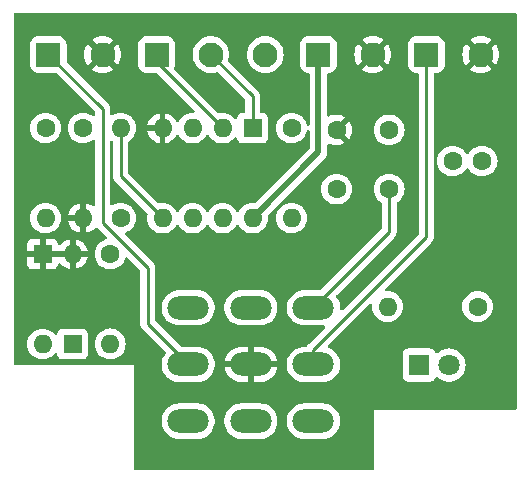
<source format=gbr>
%TF.GenerationSoftware,KiCad,Pcbnew,7.0.10+1*%
%TF.CreationDate,2024-02-10T16:35:24+08:00*%
%TF.ProjectId,ohmify-overdrive,6f686d69-6679-42d6-9f76-657264726976,v1.1*%
%TF.SameCoordinates,Original*%
%TF.FileFunction,Copper,L2,Bot*%
%TF.FilePolarity,Positive*%
%FSLAX46Y46*%
G04 Gerber Fmt 4.6, Leading zero omitted, Abs format (unit mm)*
G04 Created by KiCad (PCBNEW 7.0.10+1) date 2024-02-10 16:35:24*
%MOMM*%
%LPD*%
G01*
G04 APERTURE LIST*
G04 Aperture macros list*
%AMRoundRect*
0 Rectangle with rounded corners*
0 $1 Rounding radius*
0 $2 $3 $4 $5 $6 $7 $8 $9 X,Y pos of 4 corners*
0 Add a 4 corners polygon primitive as box body*
4,1,4,$2,$3,$4,$5,$6,$7,$8,$9,$2,$3,0*
0 Add four circle primitives for the rounded corners*
1,1,$1+$1,$2,$3*
1,1,$1+$1,$4,$5*
1,1,$1+$1,$6,$7*
1,1,$1+$1,$8,$9*
0 Add four rect primitives between the rounded corners*
20,1,$1+$1,$2,$3,$4,$5,0*
20,1,$1+$1,$4,$5,$6,$7,0*
20,1,$1+$1,$6,$7,$8,$9,0*
20,1,$1+$1,$8,$9,$2,$3,0*%
G04 Aperture macros list end*
%TA.AperFunction,ComponentPad*%
%ADD10R,1.600000X1.600000*%
%TD*%
%TA.AperFunction,ComponentPad*%
%ADD11O,1.600000X1.600000*%
%TD*%
%TA.AperFunction,ComponentPad*%
%ADD12C,1.600000*%
%TD*%
%TA.AperFunction,ComponentPad*%
%ADD13O,3.500000X2.000000*%
%TD*%
%TA.AperFunction,ComponentPad*%
%ADD14R,1.800000X1.800000*%
%TD*%
%TA.AperFunction,ComponentPad*%
%ADD15C,1.800000*%
%TD*%
%TA.AperFunction,ComponentPad*%
%ADD16C,2.100000*%
%TD*%
%TA.AperFunction,ComponentPad*%
%ADD17RoundRect,0.250001X-0.799999X-0.799999X0.799999X-0.799999X0.799999X0.799999X-0.799999X0.799999X0*%
%TD*%
%TA.AperFunction,ViaPad*%
%ADD18C,1.600000*%
%TD*%
%TA.AperFunction,Conductor*%
%ADD19C,0.500000*%
%TD*%
%TA.AperFunction,Conductor*%
%ADD20C,0.250000*%
%TD*%
G04 APERTURE END LIST*
D10*
%TO.P,U1,1*%
%TO.N,Net-(C2-Pad1)*%
X156708000Y-111389000D03*
D11*
%TO.P,U1,2,-*%
%TO.N,Net-(U1A--)*%
X154168000Y-111389000D03*
%TO.P,U1,3,+*%
%TO.N,Net-(U1A-+)*%
X151628000Y-111389000D03*
%TO.P,U1,4,V-*%
%TO.N,GND*%
X149088000Y-111389000D03*
%TO.P,U1,5,+*%
%TO.N,VREF*%
X149088000Y-119009000D03*
%TO.P,U1,6,-*%
%TO.N,Net-(U1B--)*%
X151628000Y-119009000D03*
%TO.P,U1,7*%
X154168000Y-119009000D03*
%TO.P,U1,8,V+*%
%TO.N,+9V*%
X156708000Y-119009000D03*
%TD*%
D12*
%TO.P,C3,1*%
%TO.N,GND*%
X163830000Y-111546000D03*
%TO.P,C3,2*%
%TO.N,Net-(C3-Pad2)*%
X163830000Y-116546000D03*
%TD*%
D10*
%TO.P,D2,1,K*%
%TO.N,GND*%
X138938000Y-122047000D03*
D11*
%TO.P,D2,2,A*%
%TO.N,OUTPUT*%
X138938000Y-129667000D03*
%TD*%
D12*
%TO.P,R3,1*%
%TO.N,+9V*%
X145542000Y-118999000D03*
D11*
%TO.P,R3,2*%
%TO.N,VREF*%
X145542000Y-111379000D03*
%TD*%
D10*
%TO.P,D1,1,K*%
%TO.N,OUTPUT*%
X141478000Y-129667000D03*
D11*
%TO.P,D1,2,A*%
%TO.N,GND*%
X141478000Y-122047000D03*
%TD*%
D12*
%TO.P,R5,1*%
%TO.N,Net-(C2-Pad2)*%
X144663000Y-122037000D03*
D11*
%TO.P,R5,2*%
%TO.N,OUTPUT*%
X144663000Y-129657000D03*
%TD*%
D12*
%TO.P,R1,1*%
%TO.N,VREF*%
X139192000Y-111379000D03*
D11*
%TO.P,R1,2*%
%TO.N,Net-(U1A-+)*%
X139192000Y-118999000D03*
%TD*%
D13*
%TO.P,SW1,1*%
%TO.N,OUTPUT*%
X151272000Y-126591000D03*
%TO.P,SW1,2*%
%TO.N,Net-(J2-PadT)*%
X151272000Y-131391000D03*
%TO.P,SW1,3*%
%TO.N,Net-(SW1-Pad3)*%
X151272000Y-136191000D03*
%TO.P,SW1,4*%
%TO.N,Net-(D3-K)*%
X156572000Y-126591000D03*
%TO.P,SW1,5*%
%TO.N,GND*%
X156572000Y-131391000D03*
%TO.P,SW1,6*%
%TO.N,unconnected-(SW1-Pad6)*%
X156572000Y-136191000D03*
%TO.P,SW1,7*%
%TO.N,INPUT*%
X161872000Y-126591000D03*
%TO.P,SW1,8*%
%TO.N,Net-(J1-PadT)*%
X161872000Y-131391000D03*
%TO.P,SW1,9*%
%TO.N,Net-(SW1-Pad3)*%
X161872000Y-136191000D03*
%TD*%
D14*
%TO.P,D3,1,K*%
%TO.N,Net-(D3-K)*%
X170815000Y-131445000D03*
D15*
%TO.P,D3,2,A*%
%TO.N,Net-(D3-A)*%
X173355000Y-131445000D03*
%TD*%
D12*
%TO.P,C2,1*%
%TO.N,Net-(C2-Pad1)*%
X173649000Y-114173000D03*
%TO.P,C2,2*%
%TO.N,Net-(C2-Pad2)*%
X176149000Y-114173000D03*
%TD*%
D16*
%TO.P,J1,S*%
%TO.N,GND*%
X176036000Y-105156000D03*
D17*
%TO.P,J1,T*%
%TO.N,Net-(J1-PadT)*%
X171436000Y-105156000D03*
%TD*%
%TO.P,BT1,1,+*%
%TO.N,+9V*%
X162292000Y-105156000D03*
D16*
%TO.P,BT1,2,-*%
%TO.N,GND*%
X166892000Y-105156000D03*
%TD*%
%TO.P,J2,S*%
%TO.N,GND*%
X144018000Y-105156000D03*
D17*
%TO.P,J2,T*%
%TO.N,Net-(J2-PadT)*%
X139418000Y-105156000D03*
%TD*%
D12*
%TO.P,R2,1*%
%TO.N,VREF*%
X142367000Y-111379000D03*
D11*
%TO.P,R2,2*%
%TO.N,GND*%
X142367000Y-118999000D03*
%TD*%
D12*
%TO.P,C1,1*%
%TO.N,INPUT*%
X168275000Y-116546000D03*
%TO.P,C1,2*%
%TO.N,Net-(U1A-+)*%
X168275000Y-111546000D03*
%TD*%
%TO.P,R4,1*%
%TO.N,Net-(U1A--)*%
X160020000Y-111379000D03*
D11*
%TO.P,R4,2*%
%TO.N,Net-(C3-Pad2)*%
X160020000Y-118999000D03*
%TD*%
D12*
%TO.P,R6,1*%
%TO.N,Net-(D3-A)*%
X175768000Y-126492000D03*
D11*
%TO.P,R6,2*%
%TO.N,+9V*%
X168148000Y-126492000D03*
%TD*%
D17*
%TO.P,RV1,1,1*%
%TO.N,Net-(U1A--)*%
X148590000Y-105156000D03*
D16*
%TO.P,RV1,2,2*%
%TO.N,Net-(C2-Pad1)*%
X153190000Y-105156000D03*
%TO.P,RV1,3,3*%
%TO.N,unconnected-(RV1-Pad3)*%
X157790000Y-105156000D03*
%TD*%
D18*
%TO.N,GND*%
X146050000Y-125222000D03*
X149352000Y-109093000D03*
X140716000Y-125222000D03*
X145669000Y-108331000D03*
X176530000Y-111252000D03*
X174752000Y-111252000D03*
X178308000Y-111252000D03*
X149352000Y-122555000D03*
X147574000Y-108331000D03*
X144272000Y-125222000D03*
X152908000Y-122555000D03*
X154686000Y-122555000D03*
X174752000Y-109474000D03*
X176530000Y-109474000D03*
X172974000Y-109474000D03*
X172974000Y-111252000D03*
X151130000Y-122555000D03*
X138938000Y-125222000D03*
X178308000Y-109474000D03*
X142494000Y-125222000D03*
%TD*%
D19*
%TO.N,+9V*%
X162292000Y-105156000D02*
X162292000Y-113425000D01*
X168148000Y-126238000D02*
X168148000Y-126492000D01*
X162292000Y-113425000D02*
X156708000Y-119009000D01*
D20*
%TO.N,INPUT*%
X168275000Y-116546000D02*
X168275000Y-120188000D01*
X168275000Y-120188000D02*
X161872000Y-126591000D01*
%TO.N,Net-(C2-Pad1)*%
X153190000Y-105156000D02*
X156708000Y-108674000D01*
X156708000Y-108674000D02*
X156708000Y-111389000D01*
%TO.N,OUTPUT*%
X151272000Y-126591000D02*
X151102000Y-126591000D01*
%TO.N,VREF*%
X145542000Y-111379000D02*
X145542000Y-115463000D01*
X145542000Y-115463000D02*
X149088000Y-119009000D01*
%TO.N,Net-(U1A--)*%
X148590000Y-105156000D02*
X148590000Y-105811000D01*
X148590000Y-105811000D02*
X154168000Y-111389000D01*
%TO.N,Net-(J1-PadT)*%
X161872000Y-130141000D02*
X161872000Y-131391000D01*
X171436000Y-105156000D02*
X171436000Y-120577000D01*
X171436000Y-120577000D02*
X161872000Y-130141000D01*
%TO.N,Net-(J2-PadT)*%
X144018000Y-119380000D02*
X147828000Y-123190000D01*
X147828000Y-127947000D02*
X151272000Y-131391000D01*
X139418000Y-105156000D02*
X144018000Y-109756000D01*
X147828000Y-123190000D02*
X147828000Y-127947000D01*
X144018000Y-109756000D02*
X144018000Y-119380000D01*
%TD*%
%TA.AperFunction,Conductor*%
%TO.N,GND*%
G36*
X141150359Y-121808955D02*
G01*
X141092835Y-121921852D01*
X141073014Y-122047000D01*
X141092835Y-122172148D01*
X141150359Y-122285045D01*
X141162314Y-122297000D01*
X139253686Y-122297000D01*
X139265641Y-122285045D01*
X139323165Y-122172148D01*
X139342986Y-122047000D01*
X139323165Y-121921852D01*
X139265641Y-121808955D01*
X139253686Y-121797000D01*
X141162314Y-121797000D01*
X141150359Y-121808955D01*
G37*
%TD.AperFunction*%
%TA.AperFunction,Conductor*%
G36*
X179013039Y-101619685D02*
G01*
X179058794Y-101672489D01*
X179070000Y-101724000D01*
X179070000Y-135131000D01*
X179050315Y-135198039D01*
X178997511Y-135243794D01*
X178946000Y-135255000D01*
X167005000Y-135255000D01*
X167005000Y-140211000D01*
X166985315Y-140278039D01*
X166932511Y-140323794D01*
X166881000Y-140335000D01*
X146809000Y-140335000D01*
X146741961Y-140315315D01*
X146696206Y-140262511D01*
X146685000Y-140211000D01*
X146685000Y-136315335D01*
X149021500Y-136315335D01*
X149033451Y-136386953D01*
X149062429Y-136560616D01*
X149143169Y-136795802D01*
X149143172Y-136795811D01*
X149213788Y-136926297D01*
X149261526Y-137014509D01*
X149414262Y-137210744D01*
X149526438Y-137314009D01*
X149597217Y-137379166D01*
X149805393Y-137515173D01*
X150033118Y-137615063D01*
X150274175Y-137676107D01*
X150274179Y-137676108D01*
X150274181Y-137676108D01*
X150274186Y-137676109D01*
X150427589Y-137688819D01*
X150459933Y-137691500D01*
X150459937Y-137691500D01*
X152084063Y-137691500D01*
X152084067Y-137691500D01*
X152146677Y-137686311D01*
X152269813Y-137676109D01*
X152269816Y-137676108D01*
X152269821Y-137676108D01*
X152510881Y-137615063D01*
X152738607Y-137515173D01*
X152946785Y-137379164D01*
X153129738Y-137210744D01*
X153282474Y-137014509D01*
X153400828Y-136795810D01*
X153481571Y-136560614D01*
X153522500Y-136315335D01*
X154321500Y-136315335D01*
X154333451Y-136386953D01*
X154362429Y-136560616D01*
X154443169Y-136795802D01*
X154443172Y-136795811D01*
X154513788Y-136926297D01*
X154561526Y-137014509D01*
X154714262Y-137210744D01*
X154826438Y-137314009D01*
X154897217Y-137379166D01*
X155105393Y-137515173D01*
X155333118Y-137615063D01*
X155574175Y-137676107D01*
X155574179Y-137676108D01*
X155574181Y-137676108D01*
X155574186Y-137676109D01*
X155727589Y-137688819D01*
X155759933Y-137691500D01*
X155759937Y-137691500D01*
X157384063Y-137691500D01*
X157384067Y-137691500D01*
X157446677Y-137686311D01*
X157569813Y-137676109D01*
X157569816Y-137676108D01*
X157569821Y-137676108D01*
X157810881Y-137615063D01*
X158038607Y-137515173D01*
X158246785Y-137379164D01*
X158429738Y-137210744D01*
X158582474Y-137014509D01*
X158700828Y-136795810D01*
X158781571Y-136560614D01*
X158822500Y-136315335D01*
X159621500Y-136315335D01*
X159633451Y-136386953D01*
X159662429Y-136560616D01*
X159743169Y-136795802D01*
X159743172Y-136795811D01*
X159813788Y-136926297D01*
X159861526Y-137014509D01*
X160014262Y-137210744D01*
X160126438Y-137314009D01*
X160197217Y-137379166D01*
X160405393Y-137515173D01*
X160633118Y-137615063D01*
X160874175Y-137676107D01*
X160874179Y-137676108D01*
X160874181Y-137676108D01*
X160874186Y-137676109D01*
X161027589Y-137688819D01*
X161059933Y-137691500D01*
X161059937Y-137691500D01*
X162684063Y-137691500D01*
X162684067Y-137691500D01*
X162746677Y-137686311D01*
X162869813Y-137676109D01*
X162869816Y-137676108D01*
X162869821Y-137676108D01*
X163110881Y-137615063D01*
X163338607Y-137515173D01*
X163546785Y-137379164D01*
X163729738Y-137210744D01*
X163882474Y-137014509D01*
X164000828Y-136795810D01*
X164081571Y-136560614D01*
X164122500Y-136315335D01*
X164122500Y-136066665D01*
X164081571Y-135821386D01*
X164000828Y-135586190D01*
X163882474Y-135367491D01*
X163729738Y-135171256D01*
X163546785Y-135002836D01*
X163546782Y-135002833D01*
X163338606Y-134866826D01*
X163110881Y-134766936D01*
X162869824Y-134705892D01*
X162869813Y-134705890D01*
X162684077Y-134690500D01*
X162684067Y-134690500D01*
X161059933Y-134690500D01*
X161059922Y-134690500D01*
X160874186Y-134705890D01*
X160874175Y-134705892D01*
X160633118Y-134766936D01*
X160405393Y-134866826D01*
X160197217Y-135002833D01*
X160014261Y-135171257D01*
X159861524Y-135367493D01*
X159743172Y-135586188D01*
X159743169Y-135586197D01*
X159662429Y-135821383D01*
X159658808Y-135843083D01*
X159621500Y-136066665D01*
X159621500Y-136315335D01*
X158822500Y-136315335D01*
X158822500Y-136066665D01*
X158781571Y-135821386D01*
X158700828Y-135586190D01*
X158582474Y-135367491D01*
X158429738Y-135171256D01*
X158246785Y-135002836D01*
X158246782Y-135002833D01*
X158038606Y-134866826D01*
X157810881Y-134766936D01*
X157569824Y-134705892D01*
X157569813Y-134705890D01*
X157384077Y-134690500D01*
X157384067Y-134690500D01*
X155759933Y-134690500D01*
X155759922Y-134690500D01*
X155574186Y-134705890D01*
X155574175Y-134705892D01*
X155333118Y-134766936D01*
X155105393Y-134866826D01*
X154897217Y-135002833D01*
X154714261Y-135171257D01*
X154561524Y-135367493D01*
X154443172Y-135586188D01*
X154443169Y-135586197D01*
X154362429Y-135821383D01*
X154358808Y-135843083D01*
X154321500Y-136066665D01*
X154321500Y-136315335D01*
X153522500Y-136315335D01*
X153522500Y-136066665D01*
X153481571Y-135821386D01*
X153400828Y-135586190D01*
X153282474Y-135367491D01*
X153129738Y-135171256D01*
X152946785Y-135002836D01*
X152946782Y-135002833D01*
X152738606Y-134866826D01*
X152510881Y-134766936D01*
X152269824Y-134705892D01*
X152269813Y-134705890D01*
X152084077Y-134690500D01*
X152084067Y-134690500D01*
X150459933Y-134690500D01*
X150459922Y-134690500D01*
X150274186Y-134705890D01*
X150274175Y-134705892D01*
X150033118Y-134766936D01*
X149805393Y-134866826D01*
X149597217Y-135002833D01*
X149414261Y-135171257D01*
X149261524Y-135367493D01*
X149143172Y-135586188D01*
X149143169Y-135586197D01*
X149062429Y-135821383D01*
X149058808Y-135843083D01*
X149021500Y-136066665D01*
X149021500Y-136315335D01*
X146685000Y-136315335D01*
X146685000Y-131445000D01*
X136649000Y-131445000D01*
X136581961Y-131425315D01*
X136536206Y-131372511D01*
X136525000Y-131321000D01*
X136525000Y-129667001D01*
X137632532Y-129667001D01*
X137652364Y-129893686D01*
X137652366Y-129893697D01*
X137711258Y-130113488D01*
X137711261Y-130113497D01*
X137807431Y-130319732D01*
X137807432Y-130319734D01*
X137937954Y-130506141D01*
X138098858Y-130667045D01*
X138098861Y-130667047D01*
X138285266Y-130797568D01*
X138491504Y-130893739D01*
X138711308Y-130952635D01*
X138864619Y-130966048D01*
X138937998Y-130972468D01*
X138938000Y-130972468D01*
X138938002Y-130972468D01*
X138994807Y-130967498D01*
X139164692Y-130952635D01*
X139384496Y-130893739D01*
X139590734Y-130797568D01*
X139777139Y-130667047D01*
X139938047Y-130506139D01*
X139955272Y-130481539D01*
X140009848Y-130437913D01*
X140079346Y-130430718D01*
X140141701Y-130462239D01*
X140177116Y-130522468D01*
X140180138Y-130539406D01*
X140183908Y-130574483D01*
X140234202Y-130709328D01*
X140234206Y-130709335D01*
X140320452Y-130824544D01*
X140320455Y-130824547D01*
X140435664Y-130910793D01*
X140435671Y-130910797D01*
X140570517Y-130961091D01*
X140570516Y-130961091D01*
X140577444Y-130961835D01*
X140630127Y-130967500D01*
X142325872Y-130967499D01*
X142385483Y-130961091D01*
X142520331Y-130910796D01*
X142635546Y-130824546D01*
X142721796Y-130709331D01*
X142772091Y-130574483D01*
X142778500Y-130514873D01*
X142778499Y-129657001D01*
X143357532Y-129657001D01*
X143377364Y-129883686D01*
X143377366Y-129883697D01*
X143436258Y-130103488D01*
X143436261Y-130103497D01*
X143532431Y-130309732D01*
X143532432Y-130309734D01*
X143662954Y-130496141D01*
X143823858Y-130657045D01*
X143823861Y-130657047D01*
X144010266Y-130787568D01*
X144216504Y-130883739D01*
X144216509Y-130883740D01*
X144216511Y-130883741D01*
X144253821Y-130893738D01*
X144436308Y-130942635D01*
X144598230Y-130956801D01*
X144662998Y-130962468D01*
X144663000Y-130962468D01*
X144663002Y-130962468D01*
X144719673Y-130957509D01*
X144889692Y-130942635D01*
X145109496Y-130883739D01*
X145315734Y-130787568D01*
X145502139Y-130657047D01*
X145663047Y-130496139D01*
X145793568Y-130309734D01*
X145889739Y-130103496D01*
X145948635Y-129883692D01*
X145968468Y-129657000D01*
X145948635Y-129430308D01*
X145892420Y-129220511D01*
X145889741Y-129210511D01*
X145889738Y-129210502D01*
X145793568Y-129004266D01*
X145663934Y-128819128D01*
X145663045Y-128817858D01*
X145502141Y-128656954D01*
X145315734Y-128526432D01*
X145315732Y-128526431D01*
X145109497Y-128430261D01*
X145109488Y-128430258D01*
X144889697Y-128371366D01*
X144889693Y-128371365D01*
X144889692Y-128371365D01*
X144889691Y-128371364D01*
X144889686Y-128371364D01*
X144663002Y-128351532D01*
X144662998Y-128351532D01*
X144436313Y-128371364D01*
X144436302Y-128371366D01*
X144216511Y-128430258D01*
X144216502Y-128430261D01*
X144010267Y-128526431D01*
X144010265Y-128526432D01*
X143823858Y-128656954D01*
X143662954Y-128817858D01*
X143532432Y-129004265D01*
X143532431Y-129004267D01*
X143436261Y-129210502D01*
X143436258Y-129210511D01*
X143377366Y-129430302D01*
X143377364Y-129430313D01*
X143357532Y-129656998D01*
X143357532Y-129657001D01*
X142778499Y-129657001D01*
X142778499Y-128819128D01*
X142772091Y-128759517D01*
X142737567Y-128666954D01*
X142721797Y-128624671D01*
X142721793Y-128624664D01*
X142635547Y-128509455D01*
X142635544Y-128509452D01*
X142520335Y-128423206D01*
X142520328Y-128423202D01*
X142385482Y-128372908D01*
X142385483Y-128372908D01*
X142325883Y-128366501D01*
X142325881Y-128366500D01*
X142325873Y-128366500D01*
X142325864Y-128366500D01*
X140630129Y-128366500D01*
X140630123Y-128366501D01*
X140570516Y-128372908D01*
X140435671Y-128423202D01*
X140435664Y-128423206D01*
X140320455Y-128509452D01*
X140320452Y-128509455D01*
X140234206Y-128624664D01*
X140234202Y-128624671D01*
X140183908Y-128759516D01*
X140180137Y-128794596D01*
X140153398Y-128859146D01*
X140096006Y-128898994D01*
X140026180Y-128901487D01*
X139966092Y-128865834D01*
X139955273Y-128852462D01*
X139938045Y-128827858D01*
X139777141Y-128666954D01*
X139590734Y-128536432D01*
X139590732Y-128536431D01*
X139384497Y-128440261D01*
X139384488Y-128440258D01*
X139164697Y-128381366D01*
X139164693Y-128381365D01*
X139164692Y-128381365D01*
X139164691Y-128381364D01*
X139164686Y-128381364D01*
X138938002Y-128361532D01*
X138937998Y-128361532D01*
X138711313Y-128381364D01*
X138711302Y-128381366D01*
X138491511Y-128440258D01*
X138491502Y-128440261D01*
X138285267Y-128536431D01*
X138285265Y-128536432D01*
X138098858Y-128666954D01*
X137937954Y-128827858D01*
X137807432Y-129014265D01*
X137807431Y-129014267D01*
X137711261Y-129220502D01*
X137711258Y-129220511D01*
X137652366Y-129440302D01*
X137652364Y-129440313D01*
X137632532Y-129666998D01*
X137632532Y-129667001D01*
X136525000Y-129667001D01*
X136525000Y-122894844D01*
X137638000Y-122894844D01*
X137644401Y-122954372D01*
X137644403Y-122954379D01*
X137694645Y-123089086D01*
X137694649Y-123089093D01*
X137780809Y-123204187D01*
X137780812Y-123204190D01*
X137895906Y-123290350D01*
X137895913Y-123290354D01*
X138030620Y-123340596D01*
X138030627Y-123340598D01*
X138090155Y-123346999D01*
X138090172Y-123347000D01*
X138688000Y-123347000D01*
X138688000Y-122362686D01*
X138699955Y-122374641D01*
X138812852Y-122432165D01*
X138906519Y-122447000D01*
X138969481Y-122447000D01*
X139063148Y-122432165D01*
X139176045Y-122374641D01*
X139188000Y-122362686D01*
X139188000Y-123347000D01*
X139785828Y-123347000D01*
X139785844Y-123346999D01*
X139845372Y-123340598D01*
X139845379Y-123340596D01*
X139980086Y-123290354D01*
X139980093Y-123290350D01*
X140095187Y-123204190D01*
X140095190Y-123204187D01*
X140181350Y-123089093D01*
X140181354Y-123089086D01*
X140231596Y-122954379D01*
X140235505Y-122918024D01*
X140262243Y-122853473D01*
X140319635Y-122813624D01*
X140389460Y-122811129D01*
X140449549Y-122846781D01*
X140460369Y-122860153D01*
X140478340Y-122885818D01*
X140639179Y-123046657D01*
X140825517Y-123177134D01*
X141031673Y-123273265D01*
X141031682Y-123273269D01*
X141227999Y-123325872D01*
X141228000Y-123325871D01*
X141228000Y-122362686D01*
X141239955Y-122374641D01*
X141352852Y-122432165D01*
X141446519Y-122447000D01*
X141509481Y-122447000D01*
X141603148Y-122432165D01*
X141716045Y-122374641D01*
X141728000Y-122362686D01*
X141728000Y-123325872D01*
X141924317Y-123273269D01*
X141924326Y-123273265D01*
X142130482Y-123177134D01*
X142316820Y-123046657D01*
X142477657Y-122885820D01*
X142608134Y-122699482D01*
X142704265Y-122493326D01*
X142704269Y-122493317D01*
X142756872Y-122297000D01*
X141793686Y-122297000D01*
X141805641Y-122285045D01*
X141863165Y-122172148D01*
X141882986Y-122047000D01*
X141863165Y-121921852D01*
X141805641Y-121808955D01*
X141793686Y-121797000D01*
X142756872Y-121797000D01*
X142756872Y-121796999D01*
X142704269Y-121600682D01*
X142704265Y-121600673D01*
X142608134Y-121394517D01*
X142477657Y-121208179D01*
X142316820Y-121047342D01*
X142130482Y-120916865D01*
X141924328Y-120820734D01*
X141728000Y-120768127D01*
X141728000Y-121731314D01*
X141716045Y-121719359D01*
X141603148Y-121661835D01*
X141509481Y-121647000D01*
X141446519Y-121647000D01*
X141352852Y-121661835D01*
X141239955Y-121719359D01*
X141228000Y-121731314D01*
X141228000Y-120768127D01*
X141031671Y-120820734D01*
X140825517Y-120916865D01*
X140639179Y-121047342D01*
X140478339Y-121208182D01*
X140460368Y-121233847D01*
X140405790Y-121277471D01*
X140336291Y-121284662D01*
X140273937Y-121253138D01*
X140238525Y-121192907D01*
X140235505Y-121175975D01*
X140231596Y-121139620D01*
X140181354Y-121004913D01*
X140181350Y-121004906D01*
X140095190Y-120889812D01*
X140095187Y-120889809D01*
X139980093Y-120803649D01*
X139980086Y-120803645D01*
X139845379Y-120753403D01*
X139845372Y-120753401D01*
X139785844Y-120747000D01*
X139188000Y-120747000D01*
X139188000Y-121731314D01*
X139176045Y-121719359D01*
X139063148Y-121661835D01*
X138969481Y-121647000D01*
X138906519Y-121647000D01*
X138812852Y-121661835D01*
X138699955Y-121719359D01*
X138688000Y-121731314D01*
X138688000Y-120747000D01*
X138090155Y-120747000D01*
X138030627Y-120753401D01*
X138030620Y-120753403D01*
X137895913Y-120803645D01*
X137895906Y-120803649D01*
X137780812Y-120889809D01*
X137780809Y-120889812D01*
X137694649Y-121004906D01*
X137694645Y-121004913D01*
X137644403Y-121139620D01*
X137644401Y-121139627D01*
X137638000Y-121199155D01*
X137638000Y-121797000D01*
X138622314Y-121797000D01*
X138610359Y-121808955D01*
X138552835Y-121921852D01*
X138533014Y-122047000D01*
X138552835Y-122172148D01*
X138610359Y-122285045D01*
X138622314Y-122297000D01*
X137638000Y-122297000D01*
X137638000Y-122894844D01*
X136525000Y-122894844D01*
X136525000Y-118999001D01*
X137886532Y-118999001D01*
X137906364Y-119225686D01*
X137906366Y-119225697D01*
X137965258Y-119445488D01*
X137965261Y-119445497D01*
X138061431Y-119651732D01*
X138061432Y-119651734D01*
X138191954Y-119838141D01*
X138352858Y-119999045D01*
X138352861Y-119999047D01*
X138539266Y-120129568D01*
X138745504Y-120225739D01*
X138745509Y-120225740D01*
X138745511Y-120225741D01*
X138798415Y-120239916D01*
X138965308Y-120284635D01*
X139127230Y-120298801D01*
X139191998Y-120304468D01*
X139192000Y-120304468D01*
X139192002Y-120304468D01*
X139248673Y-120299509D01*
X139418692Y-120284635D01*
X139638496Y-120225739D01*
X139844734Y-120129568D01*
X140031139Y-119999047D01*
X140192047Y-119838139D01*
X140322568Y-119651734D01*
X140418739Y-119445496D01*
X140477635Y-119225692D01*
X140497468Y-118999000D01*
X140477635Y-118772308D01*
X140429905Y-118594177D01*
X140418741Y-118552511D01*
X140418738Y-118552502D01*
X140354281Y-118414275D01*
X140322568Y-118346266D01*
X140192047Y-118159861D01*
X140192045Y-118159858D01*
X140031141Y-117998954D01*
X139844734Y-117868432D01*
X139844732Y-117868431D01*
X139638497Y-117772261D01*
X139638488Y-117772258D01*
X139418697Y-117713366D01*
X139418693Y-117713365D01*
X139418692Y-117713365D01*
X139418691Y-117713364D01*
X139418686Y-117713364D01*
X139192002Y-117693532D01*
X139191998Y-117693532D01*
X138965313Y-117713364D01*
X138965302Y-117713366D01*
X138745511Y-117772258D01*
X138745502Y-117772261D01*
X138539267Y-117868431D01*
X138539265Y-117868432D01*
X138352858Y-117998954D01*
X138191954Y-118159858D01*
X138061432Y-118346265D01*
X138061431Y-118346267D01*
X137965261Y-118552502D01*
X137965258Y-118552511D01*
X137906366Y-118772302D01*
X137906364Y-118772313D01*
X137886532Y-118998998D01*
X137886532Y-118999001D01*
X136525000Y-118999001D01*
X136525000Y-111379001D01*
X137886532Y-111379001D01*
X137906364Y-111605686D01*
X137906366Y-111605697D01*
X137965258Y-111825488D01*
X137965261Y-111825497D01*
X138061431Y-112031732D01*
X138061432Y-112031734D01*
X138191954Y-112218141D01*
X138352858Y-112379045D01*
X138352861Y-112379047D01*
X138539266Y-112509568D01*
X138745504Y-112605739D01*
X138745509Y-112605740D01*
X138745511Y-112605741D01*
X138782821Y-112615738D01*
X138965308Y-112664635D01*
X139101703Y-112676568D01*
X139191998Y-112684468D01*
X139192000Y-112684468D01*
X139192002Y-112684468D01*
X139248673Y-112679509D01*
X139418692Y-112664635D01*
X139638496Y-112605739D01*
X139844734Y-112509568D01*
X140031139Y-112379047D01*
X140192047Y-112218139D01*
X140322568Y-112031734D01*
X140418739Y-111825496D01*
X140477635Y-111605692D01*
X140497468Y-111379000D01*
X140477635Y-111152308D01*
X140421464Y-110942673D01*
X140418741Y-110932511D01*
X140418738Y-110932502D01*
X140400441Y-110893265D01*
X140322568Y-110726266D01*
X140192934Y-110541128D01*
X140192045Y-110539858D01*
X140031141Y-110378954D01*
X139844734Y-110248432D01*
X139844732Y-110248431D01*
X139638497Y-110152261D01*
X139638488Y-110152258D01*
X139418697Y-110093366D01*
X139418693Y-110093365D01*
X139418692Y-110093365D01*
X139418691Y-110093364D01*
X139418686Y-110093364D01*
X139192002Y-110073532D01*
X139191998Y-110073532D01*
X138965313Y-110093364D01*
X138965302Y-110093366D01*
X138745511Y-110152258D01*
X138745502Y-110152261D01*
X138539267Y-110248431D01*
X138539265Y-110248432D01*
X138352858Y-110378954D01*
X138191954Y-110539858D01*
X138061432Y-110726265D01*
X138061431Y-110726267D01*
X137965261Y-110932502D01*
X137965258Y-110932511D01*
X137906366Y-111152302D01*
X137906364Y-111152313D01*
X137886532Y-111378998D01*
X137886532Y-111379001D01*
X136525000Y-111379001D01*
X136525000Y-106006015D01*
X137867500Y-106006015D01*
X137878000Y-106108795D01*
X137878001Y-106108796D01*
X137933186Y-106275335D01*
X137933187Y-106275337D01*
X138025286Y-106424651D01*
X138025289Y-106424655D01*
X138149344Y-106548710D01*
X138149348Y-106548713D01*
X138298662Y-106640812D01*
X138298664Y-106640813D01*
X138298666Y-106640814D01*
X138465203Y-106695999D01*
X138567992Y-106706500D01*
X140032548Y-106706500D01*
X140099587Y-106726185D01*
X140120229Y-106742819D01*
X143356181Y-109978771D01*
X143389666Y-110040094D01*
X143392500Y-110066452D01*
X143392500Y-110271242D01*
X143372815Y-110338281D01*
X143320011Y-110384036D01*
X143250853Y-110393980D01*
X143197377Y-110372817D01*
X143019734Y-110248432D01*
X143019732Y-110248431D01*
X142813497Y-110152261D01*
X142813488Y-110152258D01*
X142593697Y-110093366D01*
X142593693Y-110093365D01*
X142593692Y-110093365D01*
X142593691Y-110093364D01*
X142593686Y-110093364D01*
X142367002Y-110073532D01*
X142366998Y-110073532D01*
X142140313Y-110093364D01*
X142140302Y-110093366D01*
X141920511Y-110152258D01*
X141920502Y-110152261D01*
X141714267Y-110248431D01*
X141714265Y-110248432D01*
X141527858Y-110378954D01*
X141366954Y-110539858D01*
X141236432Y-110726265D01*
X141236431Y-110726267D01*
X141140261Y-110932502D01*
X141140258Y-110932511D01*
X141081366Y-111152302D01*
X141081364Y-111152313D01*
X141061532Y-111378998D01*
X141061532Y-111379001D01*
X141081364Y-111605686D01*
X141081366Y-111605697D01*
X141140258Y-111825488D01*
X141140261Y-111825497D01*
X141236431Y-112031732D01*
X141236432Y-112031734D01*
X141366954Y-112218141D01*
X141527858Y-112379045D01*
X141527861Y-112379047D01*
X141714266Y-112509568D01*
X141920504Y-112605739D01*
X141920509Y-112605740D01*
X141920511Y-112605741D01*
X141957821Y-112615738D01*
X142140308Y-112664635D01*
X142276703Y-112676568D01*
X142366998Y-112684468D01*
X142367000Y-112684468D01*
X142367002Y-112684468D01*
X142423673Y-112679509D01*
X142593692Y-112664635D01*
X142813496Y-112605739D01*
X143019734Y-112509568D01*
X143197377Y-112385181D01*
X143263583Y-112362855D01*
X143331351Y-112379865D01*
X143379163Y-112430814D01*
X143392500Y-112486757D01*
X143392500Y-117891854D01*
X143372815Y-117958893D01*
X143320011Y-118004648D01*
X143250853Y-118014592D01*
X143197376Y-117993429D01*
X143019482Y-117868866D01*
X142813328Y-117772734D01*
X142617000Y-117720127D01*
X142617000Y-118683314D01*
X142605045Y-118671359D01*
X142492148Y-118613835D01*
X142398481Y-118599000D01*
X142335519Y-118599000D01*
X142241852Y-118613835D01*
X142128955Y-118671359D01*
X142117000Y-118683314D01*
X142117000Y-117720127D01*
X141920671Y-117772734D01*
X141714517Y-117868865D01*
X141528179Y-117999342D01*
X141367342Y-118160179D01*
X141236865Y-118346517D01*
X141140734Y-118552673D01*
X141140730Y-118552682D01*
X141088127Y-118748999D01*
X141088128Y-118749000D01*
X142051314Y-118749000D01*
X142039359Y-118760955D01*
X141981835Y-118873852D01*
X141962014Y-118999000D01*
X141981835Y-119124148D01*
X142039359Y-119237045D01*
X142051314Y-119249000D01*
X141088128Y-119249000D01*
X141140730Y-119445317D01*
X141140734Y-119445326D01*
X141236865Y-119651482D01*
X141367342Y-119837820D01*
X141528179Y-119998657D01*
X141714517Y-120129134D01*
X141920673Y-120225265D01*
X141920682Y-120225269D01*
X142116999Y-120277872D01*
X142117000Y-120277871D01*
X142117000Y-119314686D01*
X142128955Y-119326641D01*
X142241852Y-119384165D01*
X142335519Y-119399000D01*
X142398481Y-119399000D01*
X142492148Y-119384165D01*
X142605045Y-119326641D01*
X142617000Y-119314686D01*
X142617000Y-120277872D01*
X142813317Y-120225269D01*
X142813326Y-120225265D01*
X143019482Y-120129134D01*
X143205816Y-119998660D01*
X143366661Y-119837816D01*
X143371565Y-119830813D01*
X143426140Y-119787186D01*
X143495638Y-119779989D01*
X143551190Y-119808069D01*
X143552395Y-119806614D01*
X143592057Y-119839425D01*
X143600698Y-119847288D01*
X144338437Y-120585027D01*
X144371922Y-120646350D01*
X144366938Y-120716042D01*
X144325066Y-120771975D01*
X144282850Y-120792483D01*
X144216509Y-120810259D01*
X144216502Y-120810261D01*
X144010267Y-120906431D01*
X144010265Y-120906432D01*
X143823858Y-121036954D01*
X143662954Y-121197858D01*
X143532432Y-121384265D01*
X143532431Y-121384267D01*
X143436261Y-121590502D01*
X143436258Y-121590511D01*
X143377366Y-121810302D01*
X143377364Y-121810313D01*
X143357532Y-122036998D01*
X143357532Y-122037001D01*
X143377364Y-122263686D01*
X143377366Y-122263697D01*
X143436258Y-122483488D01*
X143436261Y-122483497D01*
X143532431Y-122689732D01*
X143532432Y-122689734D01*
X143662954Y-122876141D01*
X143823858Y-123037045D01*
X143823861Y-123037047D01*
X144010266Y-123167568D01*
X144216504Y-123263739D01*
X144216509Y-123263740D01*
X144216511Y-123263741D01*
X144269415Y-123277916D01*
X144436308Y-123322635D01*
X144598230Y-123336801D01*
X144662998Y-123342468D01*
X144663000Y-123342468D01*
X144663002Y-123342468D01*
X144719673Y-123337509D01*
X144889692Y-123322635D01*
X145109496Y-123263739D01*
X145315734Y-123167568D01*
X145502139Y-123037047D01*
X145663047Y-122876139D01*
X145793568Y-122689734D01*
X145889739Y-122483496D01*
X145907516Y-122417151D01*
X145943880Y-122357490D01*
X146006727Y-122326960D01*
X146076103Y-122335254D01*
X146114972Y-122361562D01*
X147166181Y-123412771D01*
X147199666Y-123474094D01*
X147202500Y-123500452D01*
X147202500Y-127864255D01*
X147200775Y-127879872D01*
X147201061Y-127879899D01*
X147200326Y-127887665D01*
X147202439Y-127954872D01*
X147202500Y-127958767D01*
X147202500Y-127986357D01*
X147203003Y-127990335D01*
X147203918Y-128001967D01*
X147205290Y-128045624D01*
X147205291Y-128045627D01*
X147210880Y-128064867D01*
X147214824Y-128083911D01*
X147217064Y-128101635D01*
X147217336Y-128103792D01*
X147233414Y-128144403D01*
X147237197Y-128155452D01*
X147249381Y-128197388D01*
X147259580Y-128214634D01*
X147268138Y-128232103D01*
X147275514Y-128250732D01*
X147301181Y-128286060D01*
X147307593Y-128295821D01*
X147329828Y-128333417D01*
X147329833Y-128333424D01*
X147343990Y-128347580D01*
X147356628Y-128362376D01*
X147368405Y-128378586D01*
X147368406Y-128378587D01*
X147402057Y-128406425D01*
X147410698Y-128414288D01*
X149316437Y-130320027D01*
X149349922Y-130381350D01*
X149344938Y-130451042D01*
X149326610Y-130483870D01*
X149261527Y-130567489D01*
X149143172Y-130786188D01*
X149143169Y-130786197D01*
X149062429Y-131021383D01*
X149021500Y-131266665D01*
X149021500Y-131515334D01*
X149062429Y-131760616D01*
X149143169Y-131995802D01*
X149143172Y-131995811D01*
X149261524Y-132214506D01*
X149261526Y-132214509D01*
X149414262Y-132410744D01*
X149538775Y-132525366D01*
X149597217Y-132579166D01*
X149805393Y-132715173D01*
X150033118Y-132815063D01*
X150153303Y-132845498D01*
X150274179Y-132876108D01*
X150274181Y-132876108D01*
X150274186Y-132876109D01*
X150427589Y-132888819D01*
X150459933Y-132891500D01*
X150459937Y-132891500D01*
X152084063Y-132891500D01*
X152084067Y-132891500D01*
X152146677Y-132886311D01*
X152269813Y-132876109D01*
X152269816Y-132876108D01*
X152269821Y-132876108D01*
X152510881Y-132815063D01*
X152738607Y-132715173D01*
X152946785Y-132579164D01*
X153129738Y-132410744D01*
X153282474Y-132214509D01*
X153400828Y-131995810D01*
X153481571Y-131760614D01*
X153522500Y-131515335D01*
X153522500Y-131266665D01*
X153501530Y-131140999D01*
X154342976Y-131140999D01*
X154342978Y-131141000D01*
X155388314Y-131141000D01*
X155362507Y-131181156D01*
X155322000Y-131319111D01*
X155322000Y-131462889D01*
X155362507Y-131600844D01*
X155388314Y-131641000D01*
X154342977Y-131641000D01*
X154362916Y-131760492D01*
X154443630Y-131995603D01*
X154443635Y-131995614D01*
X154561942Y-132214228D01*
X154561948Y-132214237D01*
X154714626Y-132410397D01*
X154714635Y-132410407D01*
X154897522Y-132578767D01*
X154897521Y-132578767D01*
X155105632Y-132714732D01*
X155333282Y-132814587D01*
X155574261Y-132875612D01*
X155574269Y-132875614D01*
X155759945Y-132890999D01*
X155759961Y-132891000D01*
X156322000Y-132891000D01*
X156322000Y-131891000D01*
X156822000Y-131891000D01*
X156822000Y-132891000D01*
X157384039Y-132891000D01*
X157384054Y-132890999D01*
X157569730Y-132875614D01*
X157569738Y-132875612D01*
X157810717Y-132814587D01*
X158038367Y-132714732D01*
X158246478Y-132578767D01*
X158429364Y-132410407D01*
X158429373Y-132410397D01*
X158582051Y-132214237D01*
X158582057Y-132214228D01*
X158700364Y-131995614D01*
X158700369Y-131995603D01*
X158781083Y-131760492D01*
X158801023Y-131641000D01*
X157755686Y-131641000D01*
X157781493Y-131600844D01*
X157806601Y-131515334D01*
X159621500Y-131515334D01*
X159662429Y-131760616D01*
X159743169Y-131995802D01*
X159743172Y-131995811D01*
X159861524Y-132214506D01*
X159861526Y-132214509D01*
X160014262Y-132410744D01*
X160138775Y-132525366D01*
X160197217Y-132579166D01*
X160405393Y-132715173D01*
X160633118Y-132815063D01*
X160753303Y-132845498D01*
X160874179Y-132876108D01*
X160874181Y-132876108D01*
X160874186Y-132876109D01*
X161027589Y-132888819D01*
X161059933Y-132891500D01*
X161059937Y-132891500D01*
X162684063Y-132891500D01*
X162684067Y-132891500D01*
X162746677Y-132886311D01*
X162869813Y-132876109D01*
X162869816Y-132876108D01*
X162869821Y-132876108D01*
X163110881Y-132815063D01*
X163338607Y-132715173D01*
X163546785Y-132579164D01*
X163729738Y-132410744D01*
X163743650Y-132392870D01*
X169414500Y-132392870D01*
X169414501Y-132392876D01*
X169420908Y-132452483D01*
X169471202Y-132587328D01*
X169471206Y-132587335D01*
X169557452Y-132702544D01*
X169557455Y-132702547D01*
X169672664Y-132788793D01*
X169672671Y-132788797D01*
X169807517Y-132839091D01*
X169807516Y-132839091D01*
X169814444Y-132839835D01*
X169867127Y-132845500D01*
X171762872Y-132845499D01*
X171822483Y-132839091D01*
X171957331Y-132788796D01*
X172072546Y-132702546D01*
X172158796Y-132587331D01*
X172170028Y-132557216D01*
X172187455Y-132510493D01*
X172229326Y-132454559D01*
X172294790Y-132430141D01*
X172363063Y-132444992D01*
X172394866Y-132469843D01*
X172402302Y-132477920D01*
X172403215Y-132478912D01*
X172403222Y-132478918D01*
X172586365Y-132621464D01*
X172586371Y-132621468D01*
X172586374Y-132621470D01*
X172790497Y-132731936D01*
X172904487Y-132771068D01*
X173010015Y-132807297D01*
X173010017Y-132807297D01*
X173010019Y-132807298D01*
X173238951Y-132845500D01*
X173238952Y-132845500D01*
X173471048Y-132845500D01*
X173471049Y-132845500D01*
X173699981Y-132807298D01*
X173919503Y-132731936D01*
X174123626Y-132621470D01*
X174306784Y-132478913D01*
X174463979Y-132308153D01*
X174590924Y-132113849D01*
X174684157Y-131901300D01*
X174741134Y-131676305D01*
X174741135Y-131676297D01*
X174760300Y-131445006D01*
X174760300Y-131444993D01*
X174741135Y-131213702D01*
X174741133Y-131213691D01*
X174684157Y-130988699D01*
X174590924Y-130776151D01*
X174463983Y-130581852D01*
X174463980Y-130581849D01*
X174463979Y-130581847D01*
X174306784Y-130411087D01*
X174306779Y-130411083D01*
X174306777Y-130411081D01*
X174123634Y-130268535D01*
X174123628Y-130268531D01*
X173919504Y-130158064D01*
X173919495Y-130158061D01*
X173699984Y-130082702D01*
X173509450Y-130050908D01*
X173471049Y-130044500D01*
X173238951Y-130044500D01*
X173200550Y-130050908D01*
X173010015Y-130082702D01*
X172790504Y-130158061D01*
X172790495Y-130158064D01*
X172586371Y-130268531D01*
X172586365Y-130268535D01*
X172403222Y-130411081D01*
X172403218Y-130411085D01*
X172394866Y-130420158D01*
X172334979Y-130456148D01*
X172265141Y-130454047D01*
X172207525Y-130414522D01*
X172187455Y-130379507D01*
X172158797Y-130302671D01*
X172158793Y-130302664D01*
X172072547Y-130187455D01*
X172072544Y-130187452D01*
X171957335Y-130101206D01*
X171957328Y-130101202D01*
X171822482Y-130050908D01*
X171822483Y-130050908D01*
X171762883Y-130044501D01*
X171762881Y-130044500D01*
X171762873Y-130044500D01*
X171762864Y-130044500D01*
X169867129Y-130044500D01*
X169867123Y-130044501D01*
X169807516Y-130050908D01*
X169672671Y-130101202D01*
X169672664Y-130101206D01*
X169557455Y-130187452D01*
X169557452Y-130187455D01*
X169471206Y-130302664D01*
X169471202Y-130302671D01*
X169420908Y-130437517D01*
X169414501Y-130497116D01*
X169414500Y-130497135D01*
X169414500Y-132392870D01*
X163743650Y-132392870D01*
X163882474Y-132214509D01*
X164000828Y-131995810D01*
X164081571Y-131760614D01*
X164122500Y-131515335D01*
X164122500Y-131266665D01*
X164081571Y-131021386D01*
X164000828Y-130786190D01*
X163882474Y-130567491D01*
X163729738Y-130371256D01*
X163546785Y-130202836D01*
X163546782Y-130202833D01*
X163338606Y-130066826D01*
X163151807Y-129984889D01*
X163098321Y-129939933D01*
X163077631Y-129873197D01*
X163096306Y-129805869D01*
X163113932Y-129783656D01*
X166643524Y-126254064D01*
X166704845Y-126220581D01*
X166774537Y-126225565D01*
X166830470Y-126267437D01*
X166854887Y-126332901D01*
X166854731Y-126352554D01*
X166842532Y-126491997D01*
X166842532Y-126492001D01*
X166862364Y-126718686D01*
X166862366Y-126718697D01*
X166921258Y-126938488D01*
X166921261Y-126938497D01*
X167017431Y-127144732D01*
X167017432Y-127144734D01*
X167147954Y-127331141D01*
X167308858Y-127492045D01*
X167308861Y-127492047D01*
X167495266Y-127622568D01*
X167701504Y-127718739D01*
X167921308Y-127777635D01*
X168083230Y-127791801D01*
X168147998Y-127797468D01*
X168148000Y-127797468D01*
X168148002Y-127797468D01*
X168204673Y-127792509D01*
X168374692Y-127777635D01*
X168594496Y-127718739D01*
X168800734Y-127622568D01*
X168987139Y-127492047D01*
X169148047Y-127331139D01*
X169278568Y-127144734D01*
X169374739Y-126938496D01*
X169433635Y-126718692D01*
X169453468Y-126492001D01*
X174462532Y-126492001D01*
X174482364Y-126718686D01*
X174482366Y-126718697D01*
X174541258Y-126938488D01*
X174541261Y-126938497D01*
X174637431Y-127144732D01*
X174637432Y-127144734D01*
X174767954Y-127331141D01*
X174928858Y-127492045D01*
X174928861Y-127492047D01*
X175115266Y-127622568D01*
X175321504Y-127718739D01*
X175541308Y-127777635D01*
X175703230Y-127791801D01*
X175767998Y-127797468D01*
X175768000Y-127797468D01*
X175768002Y-127797468D01*
X175824673Y-127792509D01*
X175994692Y-127777635D01*
X176214496Y-127718739D01*
X176420734Y-127622568D01*
X176607139Y-127492047D01*
X176768047Y-127331139D01*
X176898568Y-127144734D01*
X176994739Y-126938496D01*
X177053635Y-126718692D01*
X177073468Y-126492000D01*
X177071251Y-126466665D01*
X177061268Y-126352554D01*
X177053635Y-126265308D01*
X176994739Y-126045504D01*
X176898568Y-125839266D01*
X176768047Y-125652861D01*
X176768045Y-125652858D01*
X176607141Y-125491954D01*
X176420734Y-125361432D01*
X176420732Y-125361431D01*
X176214497Y-125265261D01*
X176214488Y-125265258D01*
X175994697Y-125206366D01*
X175994693Y-125206365D01*
X175994692Y-125206365D01*
X175994691Y-125206364D01*
X175994686Y-125206364D01*
X175768002Y-125186532D01*
X175767998Y-125186532D01*
X175541313Y-125206364D01*
X175541302Y-125206366D01*
X175321511Y-125265258D01*
X175321502Y-125265261D01*
X175115267Y-125361431D01*
X175115265Y-125361432D01*
X174928858Y-125491954D01*
X174767954Y-125652858D01*
X174637432Y-125839265D01*
X174637431Y-125839267D01*
X174541261Y-126045502D01*
X174541258Y-126045511D01*
X174482366Y-126265302D01*
X174482364Y-126265313D01*
X174462532Y-126491998D01*
X174462532Y-126492001D01*
X169453468Y-126492001D01*
X169453468Y-126492000D01*
X169451251Y-126466665D01*
X169441268Y-126352554D01*
X169433635Y-126265308D01*
X169374739Y-126045504D01*
X169278568Y-125839266D01*
X169148047Y-125652861D01*
X169148045Y-125652858D01*
X168987141Y-125491954D01*
X168800734Y-125361432D01*
X168800732Y-125361431D01*
X168594497Y-125265261D01*
X168594488Y-125265258D01*
X168374697Y-125206366D01*
X168374693Y-125206365D01*
X168374692Y-125206365D01*
X168374691Y-125206364D01*
X168374686Y-125206364D01*
X168148002Y-125186532D01*
X168147998Y-125186532D01*
X168008554Y-125198731D01*
X167940054Y-125184964D01*
X167889871Y-125136349D01*
X167873938Y-125068320D01*
X167897314Y-125002476D01*
X167910060Y-124987528D01*
X171819786Y-121077802D01*
X171832048Y-121067980D01*
X171831865Y-121067759D01*
X171837868Y-121062791D01*
X171837877Y-121062786D01*
X171883934Y-121013739D01*
X171886582Y-121011006D01*
X171906120Y-120991470D01*
X171908570Y-120988310D01*
X171916154Y-120979429D01*
X171946062Y-120947582D01*
X171955714Y-120930023D01*
X171966389Y-120913772D01*
X171978674Y-120897936D01*
X171996030Y-120857825D01*
X172001161Y-120847354D01*
X172022194Y-120809098D01*
X172022194Y-120809097D01*
X172022197Y-120809092D01*
X172027180Y-120789680D01*
X172033477Y-120771291D01*
X172041438Y-120752895D01*
X172048270Y-120709748D01*
X172050639Y-120698316D01*
X172055568Y-120679121D01*
X172061500Y-120656019D01*
X172061500Y-120635983D01*
X172063027Y-120616582D01*
X172066160Y-120596804D01*
X172062050Y-120553324D01*
X172061500Y-120541655D01*
X172061500Y-114173001D01*
X172343532Y-114173001D01*
X172363364Y-114399686D01*
X172363366Y-114399697D01*
X172422258Y-114619488D01*
X172422261Y-114619497D01*
X172518431Y-114825732D01*
X172518432Y-114825734D01*
X172648954Y-115012141D01*
X172809858Y-115173045D01*
X172809861Y-115173047D01*
X172996266Y-115303568D01*
X173202504Y-115399739D01*
X173202509Y-115399740D01*
X173202511Y-115399741D01*
X173255415Y-115413916D01*
X173422308Y-115458635D01*
X173584230Y-115472801D01*
X173648998Y-115478468D01*
X173649000Y-115478468D01*
X173649002Y-115478468D01*
X173713625Y-115472814D01*
X173875692Y-115458635D01*
X174095496Y-115399739D01*
X174301734Y-115303568D01*
X174488139Y-115173047D01*
X174649047Y-115012139D01*
X174779568Y-114825734D01*
X174786618Y-114810614D01*
X174832789Y-114758176D01*
X174899982Y-114739023D01*
X174966864Y-114759238D01*
X175011381Y-114810614D01*
X175018432Y-114825733D01*
X175018432Y-114825734D01*
X175148954Y-115012141D01*
X175309858Y-115173045D01*
X175309861Y-115173047D01*
X175496266Y-115303568D01*
X175702504Y-115399739D01*
X175702509Y-115399740D01*
X175702511Y-115399741D01*
X175755415Y-115413916D01*
X175922308Y-115458635D01*
X176084230Y-115472801D01*
X176148998Y-115478468D01*
X176149000Y-115478468D01*
X176149002Y-115478468D01*
X176213625Y-115472814D01*
X176375692Y-115458635D01*
X176595496Y-115399739D01*
X176801734Y-115303568D01*
X176988139Y-115173047D01*
X177149047Y-115012139D01*
X177279568Y-114825734D01*
X177375739Y-114619496D01*
X177434635Y-114399692D01*
X177454468Y-114173000D01*
X177434635Y-113946308D01*
X177383022Y-113753685D01*
X177375741Y-113726511D01*
X177375738Y-113726502D01*
X177355656Y-113683437D01*
X177279568Y-113520266D01*
X177149047Y-113333861D01*
X177149045Y-113333858D01*
X176988141Y-113172954D01*
X176801734Y-113042432D01*
X176801732Y-113042431D01*
X176595497Y-112946261D01*
X176595488Y-112946258D01*
X176375697Y-112887366D01*
X176375693Y-112887365D01*
X176375692Y-112887365D01*
X176375691Y-112887364D01*
X176375686Y-112887364D01*
X176149002Y-112867532D01*
X176148998Y-112867532D01*
X175922313Y-112887364D01*
X175922302Y-112887366D01*
X175702511Y-112946258D01*
X175702502Y-112946261D01*
X175496267Y-113042431D01*
X175496265Y-113042432D01*
X175309858Y-113172954D01*
X175148954Y-113333858D01*
X175023715Y-113512721D01*
X175018432Y-113520266D01*
X175011380Y-113535387D01*
X174965209Y-113587825D01*
X174898015Y-113606976D01*
X174831134Y-113586760D01*
X174786619Y-113535387D01*
X174779568Y-113520266D01*
X174649047Y-113333861D01*
X174649045Y-113333858D01*
X174488141Y-113172954D01*
X174301734Y-113042432D01*
X174301732Y-113042431D01*
X174095497Y-112946261D01*
X174095488Y-112946258D01*
X173875697Y-112887366D01*
X173875693Y-112887365D01*
X173875692Y-112887365D01*
X173875691Y-112887364D01*
X173875686Y-112887364D01*
X173649002Y-112867532D01*
X173648998Y-112867532D01*
X173422313Y-112887364D01*
X173422302Y-112887366D01*
X173202511Y-112946258D01*
X173202502Y-112946261D01*
X172996267Y-113042431D01*
X172996265Y-113042432D01*
X172809858Y-113172954D01*
X172648954Y-113333858D01*
X172518432Y-113520265D01*
X172518431Y-113520267D01*
X172422261Y-113726502D01*
X172422258Y-113726511D01*
X172363366Y-113946302D01*
X172363364Y-113946313D01*
X172343532Y-114172998D01*
X172343532Y-114173001D01*
X172061500Y-114173001D01*
X172061500Y-106830500D01*
X172081185Y-106763461D01*
X172133989Y-106717706D01*
X172185500Y-106706500D01*
X172286003Y-106706500D01*
X172286008Y-106706500D01*
X172388797Y-106695999D01*
X172555334Y-106640814D01*
X172704655Y-106548711D01*
X172828711Y-106424655D01*
X172920814Y-106275334D01*
X172975999Y-106108797D01*
X172986500Y-106006008D01*
X172986500Y-105156000D01*
X174481207Y-105156000D01*
X174500348Y-105399219D01*
X174557303Y-105636457D01*
X174650668Y-105861861D01*
X174774504Y-106063941D01*
X175510070Y-105328375D01*
X175512884Y-105341915D01*
X175582442Y-105476156D01*
X175685638Y-105586652D01*
X175814819Y-105665209D01*
X175866002Y-105679549D01*
X175128057Y-106417494D01*
X175330138Y-106541331D01*
X175555542Y-106634696D01*
X175792780Y-106691651D01*
X175792779Y-106691651D01*
X176036000Y-106710792D01*
X176279219Y-106691651D01*
X176516457Y-106634696D01*
X176741861Y-106541331D01*
X176943941Y-106417495D01*
X176943941Y-106417494D01*
X176207568Y-105681121D01*
X176324458Y-105630349D01*
X176441739Y-105534934D01*
X176528928Y-105411415D01*
X176559354Y-105325801D01*
X177297494Y-106063941D01*
X177297495Y-106063941D01*
X177421331Y-105861861D01*
X177514696Y-105636457D01*
X177571651Y-105399219D01*
X177590792Y-105156000D01*
X177571651Y-104912780D01*
X177514696Y-104675542D01*
X177421331Y-104450138D01*
X177297494Y-104248057D01*
X176561929Y-104983622D01*
X176559116Y-104970085D01*
X176489558Y-104835844D01*
X176386362Y-104725348D01*
X176257181Y-104646791D01*
X176205996Y-104632449D01*
X176943941Y-103894504D01*
X176741861Y-103770668D01*
X176516457Y-103677303D01*
X176279219Y-103620348D01*
X176279220Y-103620348D01*
X176036000Y-103601207D01*
X175792780Y-103620348D01*
X175555542Y-103677303D01*
X175330138Y-103770668D01*
X175128057Y-103894504D01*
X175864432Y-104630878D01*
X175747542Y-104681651D01*
X175630261Y-104777066D01*
X175543072Y-104900585D01*
X175512645Y-104986198D01*
X174774504Y-104248057D01*
X174650668Y-104450138D01*
X174557303Y-104675542D01*
X174500348Y-104912780D01*
X174481207Y-105156000D01*
X172986500Y-105156000D01*
X172986500Y-104305992D01*
X172975999Y-104203203D01*
X172920814Y-104036666D01*
X172835123Y-103897741D01*
X172828713Y-103887348D01*
X172828710Y-103887344D01*
X172704655Y-103763289D01*
X172704651Y-103763286D01*
X172555337Y-103671187D01*
X172555335Y-103671186D01*
X172401915Y-103620348D01*
X172388797Y-103616001D01*
X172388795Y-103616000D01*
X172286015Y-103605500D01*
X172286008Y-103605500D01*
X170585992Y-103605500D01*
X170585984Y-103605500D01*
X170483204Y-103616000D01*
X170483203Y-103616001D01*
X170316664Y-103671186D01*
X170316662Y-103671187D01*
X170167348Y-103763286D01*
X170167344Y-103763289D01*
X170043289Y-103887344D01*
X170043286Y-103887348D01*
X169951187Y-104036662D01*
X169951186Y-104036664D01*
X169896001Y-104203203D01*
X169896000Y-104203204D01*
X169885500Y-104305984D01*
X169885500Y-106006015D01*
X169896000Y-106108795D01*
X169896001Y-106108796D01*
X169951186Y-106275335D01*
X169951187Y-106275337D01*
X170043286Y-106424651D01*
X170043289Y-106424655D01*
X170167344Y-106548710D01*
X170167348Y-106548713D01*
X170316662Y-106640812D01*
X170316664Y-106640813D01*
X170316666Y-106640814D01*
X170483203Y-106695999D01*
X170585992Y-106706500D01*
X170686500Y-106706500D01*
X170753539Y-106726185D01*
X170799294Y-106778989D01*
X170810500Y-106830500D01*
X170810500Y-120266546D01*
X170790815Y-120333585D01*
X170774181Y-120354227D01*
X164334181Y-126794227D01*
X164272858Y-126827712D01*
X164203166Y-126822728D01*
X164147233Y-126780856D01*
X164122816Y-126715392D01*
X164122500Y-126706546D01*
X164122500Y-126466665D01*
X164081571Y-126221386D01*
X164000828Y-125986190D01*
X163882474Y-125767491D01*
X163817390Y-125683871D01*
X163791747Y-125618877D01*
X163805313Y-125550337D01*
X163827559Y-125520030D01*
X168658788Y-120688801D01*
X168671042Y-120678986D01*
X168670859Y-120678764D01*
X168676868Y-120673791D01*
X168676877Y-120673786D01*
X168722949Y-120624722D01*
X168725566Y-120622023D01*
X168745120Y-120602471D01*
X168747576Y-120599303D01*
X168755156Y-120590427D01*
X168785062Y-120558582D01*
X168794713Y-120541024D01*
X168805396Y-120524761D01*
X168817673Y-120508936D01*
X168835021Y-120468844D01*
X168840151Y-120458371D01*
X168861197Y-120420092D01*
X168866180Y-120400680D01*
X168872481Y-120382280D01*
X168880437Y-120363896D01*
X168887270Y-120320748D01*
X168889633Y-120309338D01*
X168900500Y-120267019D01*
X168900500Y-120246983D01*
X168902027Y-120227582D01*
X168902319Y-120225738D01*
X168905160Y-120207804D01*
X168901050Y-120164324D01*
X168900500Y-120152655D01*
X168900500Y-117760188D01*
X168920185Y-117693149D01*
X168953377Y-117658613D01*
X169001836Y-117624681D01*
X169114139Y-117546047D01*
X169275047Y-117385139D01*
X169405568Y-117198734D01*
X169501739Y-116992496D01*
X169560635Y-116772692D01*
X169580468Y-116546000D01*
X169560635Y-116319308D01*
X169501739Y-116099504D01*
X169405568Y-115893266D01*
X169275047Y-115706861D01*
X169275045Y-115706858D01*
X169114141Y-115545954D01*
X168927734Y-115415432D01*
X168927732Y-115415431D01*
X168721497Y-115319261D01*
X168721488Y-115319258D01*
X168501697Y-115260366D01*
X168501693Y-115260365D01*
X168501692Y-115260365D01*
X168501691Y-115260364D01*
X168501686Y-115260364D01*
X168275002Y-115240532D01*
X168274998Y-115240532D01*
X168048313Y-115260364D01*
X168048302Y-115260366D01*
X167828511Y-115319258D01*
X167828502Y-115319261D01*
X167622267Y-115415431D01*
X167622265Y-115415432D01*
X167435858Y-115545954D01*
X167274954Y-115706858D01*
X167144432Y-115893265D01*
X167144431Y-115893267D01*
X167048261Y-116099502D01*
X167048258Y-116099511D01*
X166989366Y-116319302D01*
X166989364Y-116319313D01*
X166969532Y-116545998D01*
X166969532Y-116546001D01*
X166989364Y-116772686D01*
X166989366Y-116772697D01*
X167048258Y-116992488D01*
X167048261Y-116992497D01*
X167144431Y-117198732D01*
X167144432Y-117198734D01*
X167274954Y-117385141D01*
X167435858Y-117546045D01*
X167596623Y-117658613D01*
X167640248Y-117713189D01*
X167649500Y-117760188D01*
X167649500Y-119877547D01*
X167629815Y-119944586D01*
X167613181Y-119965228D01*
X162524228Y-125054181D01*
X162462905Y-125087666D01*
X162436547Y-125090500D01*
X161059922Y-125090500D01*
X160874186Y-125105890D01*
X160874175Y-125105892D01*
X160633118Y-125166936D01*
X160405393Y-125266826D01*
X160197217Y-125402833D01*
X160014261Y-125571257D01*
X159861524Y-125767493D01*
X159743172Y-125986188D01*
X159743169Y-125986197D01*
X159662429Y-126221383D01*
X159621500Y-126466665D01*
X159621500Y-126715334D01*
X159662429Y-126960616D01*
X159743169Y-127195802D01*
X159743172Y-127195811D01*
X159816408Y-127331139D01*
X159861526Y-127414509D01*
X160014262Y-127610744D01*
X160098086Y-127687909D01*
X160197217Y-127779166D01*
X160405393Y-127915173D01*
X160633118Y-128015063D01*
X160829754Y-128064858D01*
X160874179Y-128076108D01*
X160874181Y-128076108D01*
X160874186Y-128076109D01*
X161027589Y-128088819D01*
X161059933Y-128091500D01*
X161059937Y-128091500D01*
X162684063Y-128091500D01*
X162684067Y-128091500D01*
X162731673Y-128087555D01*
X162800109Y-128101635D01*
X162850069Y-128150480D01*
X162865690Y-128218581D01*
X162842013Y-128284317D01*
X162829595Y-128298812D01*
X161488208Y-129640199D01*
X161475951Y-129650020D01*
X161476134Y-129650241D01*
X161470122Y-129655214D01*
X161424098Y-129704223D01*
X161421391Y-129707016D01*
X161401889Y-129726517D01*
X161401875Y-129726534D01*
X161399407Y-129729715D01*
X161391843Y-129738570D01*
X161361937Y-129770418D01*
X161361936Y-129770420D01*
X161352284Y-129787976D01*
X161341610Y-129804226D01*
X161329329Y-129820061D01*
X161325354Y-129826782D01*
X161323113Y-129825456D01*
X161286514Y-129869449D01*
X161219883Y-129890475D01*
X161217394Y-129890500D01*
X161059922Y-129890500D01*
X160874186Y-129905890D01*
X160874175Y-129905892D01*
X160633118Y-129966936D01*
X160405393Y-130066826D01*
X160197217Y-130202833D01*
X160014261Y-130371257D01*
X159861524Y-130567493D01*
X159743172Y-130786188D01*
X159743169Y-130786197D01*
X159662429Y-131021383D01*
X159621500Y-131266665D01*
X159621500Y-131515334D01*
X157806601Y-131515334D01*
X157822000Y-131462889D01*
X157822000Y-131319111D01*
X157781493Y-131181156D01*
X157755686Y-131141000D01*
X158801022Y-131141000D01*
X158801023Y-131140999D01*
X158781083Y-131021507D01*
X158700369Y-130786396D01*
X158700364Y-130786385D01*
X158582057Y-130567771D01*
X158582051Y-130567762D01*
X158429373Y-130371602D01*
X158429364Y-130371592D01*
X158246477Y-130203232D01*
X158246478Y-130203232D01*
X158038367Y-130067267D01*
X157810717Y-129967412D01*
X157569738Y-129906387D01*
X157569730Y-129906385D01*
X157384054Y-129891000D01*
X156822000Y-129891000D01*
X156822000Y-130891000D01*
X156322000Y-130891000D01*
X156322000Y-129891000D01*
X155759945Y-129891000D01*
X155574269Y-129906385D01*
X155574261Y-129906387D01*
X155333282Y-129967412D01*
X155105632Y-130067267D01*
X154897521Y-130203232D01*
X154714635Y-130371592D01*
X154714626Y-130371602D01*
X154561948Y-130567762D01*
X154561942Y-130567771D01*
X154443635Y-130786385D01*
X154443630Y-130786396D01*
X154362916Y-131021507D01*
X154342976Y-131140999D01*
X153501530Y-131140999D01*
X153481571Y-131021386D01*
X153400828Y-130786190D01*
X153282474Y-130567491D01*
X153129738Y-130371256D01*
X152946785Y-130202836D01*
X152946782Y-130202833D01*
X152738606Y-130066826D01*
X152510881Y-129966936D01*
X152269824Y-129905892D01*
X152269813Y-129905890D01*
X152084077Y-129890500D01*
X152084067Y-129890500D01*
X150707453Y-129890500D01*
X150640414Y-129870815D01*
X150619772Y-129854181D01*
X148489819Y-127724228D01*
X148456334Y-127662905D01*
X148453500Y-127636547D01*
X148453500Y-126715334D01*
X149021500Y-126715334D01*
X149062429Y-126960616D01*
X149143169Y-127195802D01*
X149143172Y-127195811D01*
X149216408Y-127331139D01*
X149261526Y-127414509D01*
X149414262Y-127610744D01*
X149498086Y-127687909D01*
X149597217Y-127779166D01*
X149805393Y-127915173D01*
X150033118Y-128015063D01*
X150229754Y-128064858D01*
X150274179Y-128076108D01*
X150274181Y-128076108D01*
X150274186Y-128076109D01*
X150427589Y-128088819D01*
X150459933Y-128091500D01*
X150459937Y-128091500D01*
X152084063Y-128091500D01*
X152084067Y-128091500D01*
X152146677Y-128086311D01*
X152269813Y-128076109D01*
X152269816Y-128076108D01*
X152269821Y-128076108D01*
X152510881Y-128015063D01*
X152738607Y-127915173D01*
X152946785Y-127779164D01*
X153129738Y-127610744D01*
X153282474Y-127414509D01*
X153400828Y-127195810D01*
X153481571Y-126960614D01*
X153522500Y-126715335D01*
X153522500Y-126715334D01*
X154321500Y-126715334D01*
X154362429Y-126960616D01*
X154443169Y-127195802D01*
X154443172Y-127195811D01*
X154516408Y-127331139D01*
X154561526Y-127414509D01*
X154714262Y-127610744D01*
X154798086Y-127687909D01*
X154897217Y-127779166D01*
X155105393Y-127915173D01*
X155333118Y-128015063D01*
X155529754Y-128064858D01*
X155574179Y-128076108D01*
X155574181Y-128076108D01*
X155574186Y-128076109D01*
X155727589Y-128088819D01*
X155759933Y-128091500D01*
X155759937Y-128091500D01*
X157384063Y-128091500D01*
X157384067Y-128091500D01*
X157446677Y-128086311D01*
X157569813Y-128076109D01*
X157569816Y-128076108D01*
X157569821Y-128076108D01*
X157810881Y-128015063D01*
X158038607Y-127915173D01*
X158246785Y-127779164D01*
X158429738Y-127610744D01*
X158582474Y-127414509D01*
X158700828Y-127195810D01*
X158781571Y-126960614D01*
X158822500Y-126715335D01*
X158822500Y-126466665D01*
X158781571Y-126221386D01*
X158700828Y-125986190D01*
X158582474Y-125767491D01*
X158429738Y-125571256D01*
X158246785Y-125402836D01*
X158246782Y-125402833D01*
X158038606Y-125266826D01*
X157810881Y-125166936D01*
X157569824Y-125105892D01*
X157569813Y-125105890D01*
X157384077Y-125090500D01*
X157384067Y-125090500D01*
X155759933Y-125090500D01*
X155759922Y-125090500D01*
X155574186Y-125105890D01*
X155574175Y-125105892D01*
X155333118Y-125166936D01*
X155105393Y-125266826D01*
X154897217Y-125402833D01*
X154714261Y-125571257D01*
X154561524Y-125767493D01*
X154443172Y-125986188D01*
X154443169Y-125986197D01*
X154362429Y-126221383D01*
X154321500Y-126466665D01*
X154321500Y-126715334D01*
X153522500Y-126715334D01*
X153522500Y-126466665D01*
X153481571Y-126221386D01*
X153400828Y-125986190D01*
X153282474Y-125767491D01*
X153129738Y-125571256D01*
X152946785Y-125402836D01*
X152946782Y-125402833D01*
X152738606Y-125266826D01*
X152510881Y-125166936D01*
X152269824Y-125105892D01*
X152269813Y-125105890D01*
X152084077Y-125090500D01*
X152084067Y-125090500D01*
X150459933Y-125090500D01*
X150459922Y-125090500D01*
X150274186Y-125105890D01*
X150274175Y-125105892D01*
X150033118Y-125166936D01*
X149805393Y-125266826D01*
X149597217Y-125402833D01*
X149414261Y-125571257D01*
X149261524Y-125767493D01*
X149143172Y-125986188D01*
X149143169Y-125986197D01*
X149062429Y-126221383D01*
X149021500Y-126466665D01*
X149021500Y-126715334D01*
X148453500Y-126715334D01*
X148453500Y-123272742D01*
X148455224Y-123257122D01*
X148454939Y-123257095D01*
X148455673Y-123249333D01*
X148453561Y-123182112D01*
X148453500Y-123178218D01*
X148453500Y-123150656D01*
X148453500Y-123150650D01*
X148452996Y-123146668D01*
X148452081Y-123135029D01*
X148450710Y-123091373D01*
X148445119Y-123072130D01*
X148441173Y-123053078D01*
X148438664Y-123033208D01*
X148422579Y-122992583D01*
X148418806Y-122981562D01*
X148406618Y-122939610D01*
X148406617Y-122939609D01*
X148406617Y-122939607D01*
X148406616Y-122939606D01*
X148396423Y-122922371D01*
X148387861Y-122904894D01*
X148380487Y-122886269D01*
X148354816Y-122850937D01*
X148348405Y-122841177D01*
X148332110Y-122813624D01*
X148326172Y-122803583D01*
X148326165Y-122803574D01*
X148312006Y-122789415D01*
X148299368Y-122774619D01*
X148287594Y-122758413D01*
X148253940Y-122730572D01*
X148245299Y-122722709D01*
X145949927Y-120427336D01*
X145916442Y-120366013D01*
X145921426Y-120296321D01*
X145963298Y-120240388D01*
X145985204Y-120227273D01*
X145988490Y-120225740D01*
X145988496Y-120225739D01*
X146194734Y-120129568D01*
X146381139Y-119999047D01*
X146542047Y-119838139D01*
X146672568Y-119651734D01*
X146768739Y-119445496D01*
X146827635Y-119225692D01*
X146847468Y-118999000D01*
X146827635Y-118772308D01*
X146779905Y-118594177D01*
X146768741Y-118552511D01*
X146768738Y-118552502D01*
X146704281Y-118414275D01*
X146672568Y-118346266D01*
X146542047Y-118159861D01*
X146542045Y-118159858D01*
X146381141Y-117998954D01*
X146194734Y-117868432D01*
X146194732Y-117868431D01*
X145988497Y-117772261D01*
X145988488Y-117772258D01*
X145768697Y-117713366D01*
X145768693Y-117713365D01*
X145768692Y-117713365D01*
X145768691Y-117713364D01*
X145768686Y-117713364D01*
X145542002Y-117693532D01*
X145541998Y-117693532D01*
X145315313Y-117713364D01*
X145315302Y-117713366D01*
X145095511Y-117772258D01*
X145095502Y-117772261D01*
X144889267Y-117868431D01*
X144838622Y-117903893D01*
X144772416Y-117926220D01*
X144704649Y-117909208D01*
X144656836Y-117858260D01*
X144643500Y-117802317D01*
X144643500Y-112575683D01*
X144663185Y-112508644D01*
X144715989Y-112462889D01*
X144785147Y-112452945D01*
X144838623Y-112474108D01*
X144863623Y-112491613D01*
X144907248Y-112546189D01*
X144916500Y-112593188D01*
X144916500Y-115380255D01*
X144914775Y-115395872D01*
X144915061Y-115395899D01*
X144914326Y-115403665D01*
X144916439Y-115470872D01*
X144916500Y-115474767D01*
X144916500Y-115502357D01*
X144917003Y-115506335D01*
X144917918Y-115517967D01*
X144919290Y-115561624D01*
X144919291Y-115561627D01*
X144924880Y-115580867D01*
X144928824Y-115599911D01*
X144931336Y-115619792D01*
X144947414Y-115660403D01*
X144951197Y-115671452D01*
X144963381Y-115713388D01*
X144973580Y-115730634D01*
X144982138Y-115748103D01*
X144989514Y-115766732D01*
X145015181Y-115802060D01*
X145021593Y-115811821D01*
X145043828Y-115849417D01*
X145043833Y-115849424D01*
X145057990Y-115863580D01*
X145070628Y-115878376D01*
X145082405Y-115894586D01*
X145082406Y-115894587D01*
X145116057Y-115922425D01*
X145124698Y-115930288D01*
X147788586Y-118594177D01*
X147822071Y-118655500D01*
X147820680Y-118713949D01*
X147802367Y-118782296D01*
X147802364Y-118782313D01*
X147782532Y-119008999D01*
X147782532Y-119009001D01*
X147802364Y-119235686D01*
X147802366Y-119235697D01*
X147861258Y-119455488D01*
X147861261Y-119455497D01*
X147957431Y-119661732D01*
X147957432Y-119661734D01*
X148087954Y-119848141D01*
X148248858Y-120009045D01*
X148248861Y-120009047D01*
X148435266Y-120139568D01*
X148641504Y-120235739D01*
X148641509Y-120235740D01*
X148641511Y-120235741D01*
X148658854Y-120240388D01*
X148861308Y-120294635D01*
X149023230Y-120308801D01*
X149087998Y-120314468D01*
X149088000Y-120314468D01*
X149088002Y-120314468D01*
X149146762Y-120309327D01*
X149314692Y-120294635D01*
X149534496Y-120235739D01*
X149740734Y-120139568D01*
X149927139Y-120009047D01*
X150088047Y-119848139D01*
X150218568Y-119661734D01*
X150245618Y-119603724D01*
X150291790Y-119551285D01*
X150358983Y-119532133D01*
X150425865Y-119552348D01*
X150470382Y-119603725D01*
X150497429Y-119661728D01*
X150497432Y-119661734D01*
X150627954Y-119848141D01*
X150788858Y-120009045D01*
X150788861Y-120009047D01*
X150975266Y-120139568D01*
X151181504Y-120235739D01*
X151181509Y-120235740D01*
X151181511Y-120235741D01*
X151198854Y-120240388D01*
X151401308Y-120294635D01*
X151563230Y-120308801D01*
X151627998Y-120314468D01*
X151628000Y-120314468D01*
X151628002Y-120314468D01*
X151686762Y-120309327D01*
X151854692Y-120294635D01*
X152074496Y-120235739D01*
X152280734Y-120139568D01*
X152467139Y-120009047D01*
X152628047Y-119848139D01*
X152758568Y-119661734D01*
X152785618Y-119603724D01*
X152831790Y-119551285D01*
X152898983Y-119532133D01*
X152965865Y-119552348D01*
X153010382Y-119603725D01*
X153037429Y-119661728D01*
X153037432Y-119661734D01*
X153167954Y-119848141D01*
X153328858Y-120009045D01*
X153328861Y-120009047D01*
X153515266Y-120139568D01*
X153721504Y-120235739D01*
X153721509Y-120235740D01*
X153721511Y-120235741D01*
X153738854Y-120240388D01*
X153941308Y-120294635D01*
X154103230Y-120308801D01*
X154167998Y-120314468D01*
X154168000Y-120314468D01*
X154168002Y-120314468D01*
X154226762Y-120309327D01*
X154394692Y-120294635D01*
X154614496Y-120235739D01*
X154820734Y-120139568D01*
X155007139Y-120009047D01*
X155168047Y-119848139D01*
X155298568Y-119661734D01*
X155325618Y-119603724D01*
X155371790Y-119551285D01*
X155438983Y-119532133D01*
X155505865Y-119552348D01*
X155550382Y-119603725D01*
X155577429Y-119661728D01*
X155577432Y-119661734D01*
X155707954Y-119848141D01*
X155868858Y-120009045D01*
X155868861Y-120009047D01*
X156055266Y-120139568D01*
X156261504Y-120235739D01*
X156261509Y-120235740D01*
X156261511Y-120235741D01*
X156278854Y-120240388D01*
X156481308Y-120294635D01*
X156643230Y-120308801D01*
X156707998Y-120314468D01*
X156708000Y-120314468D01*
X156708002Y-120314468D01*
X156766762Y-120309327D01*
X156934692Y-120294635D01*
X157154496Y-120235739D01*
X157360734Y-120139568D01*
X157547139Y-120009047D01*
X157708047Y-119848139D01*
X157838568Y-119661734D01*
X157934739Y-119455496D01*
X157993635Y-119235692D01*
X158013468Y-119009000D01*
X158012593Y-118999001D01*
X158714532Y-118999001D01*
X158734364Y-119225686D01*
X158734366Y-119225697D01*
X158793258Y-119445488D01*
X158793261Y-119445497D01*
X158889431Y-119651732D01*
X158889432Y-119651734D01*
X159019954Y-119838141D01*
X159180858Y-119999045D01*
X159180861Y-119999047D01*
X159367266Y-120129568D01*
X159573504Y-120225739D01*
X159573509Y-120225740D01*
X159573511Y-120225741D01*
X159626415Y-120239916D01*
X159793308Y-120284635D01*
X159955230Y-120298801D01*
X160019998Y-120304468D01*
X160020000Y-120304468D01*
X160020002Y-120304468D01*
X160076673Y-120299509D01*
X160246692Y-120284635D01*
X160466496Y-120225739D01*
X160672734Y-120129568D01*
X160859139Y-119999047D01*
X161020047Y-119838139D01*
X161150568Y-119651734D01*
X161246739Y-119445496D01*
X161305635Y-119225692D01*
X161325468Y-118999000D01*
X161305635Y-118772308D01*
X161257905Y-118594177D01*
X161246741Y-118552511D01*
X161246738Y-118552502D01*
X161182281Y-118414275D01*
X161150568Y-118346266D01*
X161020047Y-118159861D01*
X161020045Y-118159858D01*
X160859141Y-117998954D01*
X160672734Y-117868432D01*
X160672732Y-117868431D01*
X160466497Y-117772261D01*
X160466488Y-117772258D01*
X160246697Y-117713366D01*
X160246693Y-117713365D01*
X160246692Y-117713365D01*
X160246691Y-117713364D01*
X160246686Y-117713364D01*
X160020002Y-117693532D01*
X160019998Y-117693532D01*
X159793313Y-117713364D01*
X159793302Y-117713366D01*
X159573511Y-117772258D01*
X159573502Y-117772261D01*
X159367267Y-117868431D01*
X159367265Y-117868432D01*
X159180858Y-117998954D01*
X159019954Y-118159858D01*
X158889432Y-118346265D01*
X158889431Y-118346267D01*
X158793261Y-118552502D01*
X158793258Y-118552511D01*
X158734366Y-118772302D01*
X158734364Y-118772313D01*
X158714532Y-118998998D01*
X158714532Y-118999001D01*
X158012593Y-118999001D01*
X157998869Y-118842137D01*
X158012635Y-118773639D01*
X158034713Y-118743653D01*
X160232365Y-116546001D01*
X162524532Y-116546001D01*
X162544364Y-116772686D01*
X162544366Y-116772697D01*
X162603258Y-116992488D01*
X162603261Y-116992497D01*
X162699431Y-117198732D01*
X162699432Y-117198734D01*
X162829954Y-117385141D01*
X162990858Y-117546045D01*
X162990861Y-117546047D01*
X163177266Y-117676568D01*
X163383504Y-117772739D01*
X163383509Y-117772740D01*
X163383511Y-117772741D01*
X163419041Y-117782261D01*
X163603308Y-117831635D01*
X163765230Y-117845801D01*
X163829998Y-117851468D01*
X163830000Y-117851468D01*
X163830002Y-117851468D01*
X163886673Y-117846509D01*
X164056692Y-117831635D01*
X164276496Y-117772739D01*
X164482734Y-117676568D01*
X164669139Y-117546047D01*
X164830047Y-117385139D01*
X164960568Y-117198734D01*
X165056739Y-116992496D01*
X165115635Y-116772692D01*
X165135468Y-116546000D01*
X165115635Y-116319308D01*
X165056739Y-116099504D01*
X164960568Y-115893266D01*
X164830047Y-115706861D01*
X164830045Y-115706858D01*
X164669141Y-115545954D01*
X164482734Y-115415432D01*
X164482732Y-115415431D01*
X164276497Y-115319261D01*
X164276488Y-115319258D01*
X164056697Y-115260366D01*
X164056693Y-115260365D01*
X164056692Y-115260365D01*
X164056691Y-115260364D01*
X164056686Y-115260364D01*
X163830002Y-115240532D01*
X163829998Y-115240532D01*
X163603313Y-115260364D01*
X163603302Y-115260366D01*
X163383511Y-115319258D01*
X163383502Y-115319261D01*
X163177267Y-115415431D01*
X163177265Y-115415432D01*
X162990858Y-115545954D01*
X162829954Y-115706858D01*
X162699432Y-115893265D01*
X162699431Y-115893267D01*
X162603261Y-116099502D01*
X162603258Y-116099511D01*
X162544366Y-116319302D01*
X162544364Y-116319313D01*
X162524532Y-116545998D01*
X162524532Y-116546001D01*
X160232365Y-116546001D01*
X162777638Y-114000727D01*
X162791267Y-113988950D01*
X162810530Y-113974610D01*
X162842366Y-113936669D01*
X162849683Y-113928684D01*
X162850992Y-113927373D01*
X162853591Y-113924776D01*
X162872853Y-113900413D01*
X162875076Y-113897686D01*
X162923300Y-113840216D01*
X162923302Y-113840214D01*
X162923304Y-113840209D01*
X162927274Y-113834175D01*
X162927325Y-113834208D01*
X162931369Y-113827860D01*
X162931317Y-113827828D01*
X162935106Y-113821682D01*
X162935111Y-113821677D01*
X162966832Y-113753647D01*
X162968358Y-113750496D01*
X163002040Y-113683433D01*
X163002041Y-113683428D01*
X163004508Y-113676650D01*
X163004566Y-113676671D01*
X163007043Y-113669544D01*
X163006986Y-113669526D01*
X163009256Y-113662676D01*
X163009257Y-113662672D01*
X163024439Y-113589139D01*
X163025187Y-113585762D01*
X163042500Y-113512721D01*
X163042500Y-113512717D01*
X163042501Y-113512713D01*
X163043339Y-113505548D01*
X163043398Y-113505554D01*
X163044164Y-113498054D01*
X163044105Y-113498049D01*
X163044734Y-113490859D01*
X163042552Y-113415869D01*
X163042500Y-113412262D01*
X163042500Y-112807815D01*
X163062185Y-112740776D01*
X163114989Y-112695021D01*
X163184147Y-112685077D01*
X163218905Y-112695433D01*
X163383673Y-112772265D01*
X163383682Y-112772269D01*
X163603389Y-112831139D01*
X163603400Y-112831141D01*
X163829998Y-112850966D01*
X163830002Y-112850966D01*
X164056599Y-112831141D01*
X164056610Y-112831139D01*
X164276317Y-112772269D01*
X164276331Y-112772264D01*
X164482478Y-112676136D01*
X164555471Y-112625024D01*
X163874400Y-111943953D01*
X163955148Y-111931165D01*
X164068045Y-111873641D01*
X164157641Y-111784045D01*
X164215165Y-111671148D01*
X164227953Y-111590400D01*
X164909024Y-112271471D01*
X164960136Y-112198478D01*
X165056264Y-111992331D01*
X165056269Y-111992317D01*
X165115139Y-111772610D01*
X165115141Y-111772599D01*
X165134966Y-111546002D01*
X165134966Y-111546001D01*
X166969532Y-111546001D01*
X166989364Y-111772686D01*
X166989366Y-111772697D01*
X167048258Y-111992488D01*
X167048261Y-111992497D01*
X167144431Y-112198732D01*
X167144432Y-112198734D01*
X167274954Y-112385141D01*
X167435858Y-112546045D01*
X167435861Y-112546047D01*
X167622266Y-112676568D01*
X167828504Y-112772739D01*
X168048308Y-112831635D01*
X168210230Y-112845801D01*
X168274998Y-112851468D01*
X168275000Y-112851468D01*
X168275002Y-112851468D01*
X168331673Y-112846509D01*
X168501692Y-112831635D01*
X168721496Y-112772739D01*
X168927734Y-112676568D01*
X169114139Y-112546047D01*
X169275047Y-112385139D01*
X169405568Y-112198734D01*
X169501739Y-111992496D01*
X169560635Y-111772692D01*
X169580468Y-111546000D01*
X169580382Y-111545022D01*
X169560635Y-111319313D01*
X169560635Y-111319308D01*
X169501739Y-111099504D01*
X169405568Y-110893266D01*
X169275047Y-110706861D01*
X169275045Y-110706858D01*
X169114141Y-110545954D01*
X168927734Y-110415432D01*
X168927732Y-110415431D01*
X168721497Y-110319261D01*
X168721488Y-110319258D01*
X168501697Y-110260366D01*
X168501693Y-110260365D01*
X168501692Y-110260365D01*
X168501691Y-110260364D01*
X168501686Y-110260364D01*
X168275002Y-110240532D01*
X168274998Y-110240532D01*
X168048313Y-110260364D01*
X168048302Y-110260366D01*
X167828511Y-110319258D01*
X167828502Y-110319261D01*
X167622267Y-110415431D01*
X167622265Y-110415432D01*
X167435858Y-110545954D01*
X167274954Y-110706858D01*
X167144432Y-110893265D01*
X167144431Y-110893267D01*
X167048261Y-111099502D01*
X167048258Y-111099511D01*
X166989366Y-111319302D01*
X166989364Y-111319313D01*
X166969532Y-111545998D01*
X166969532Y-111546001D01*
X165134966Y-111546001D01*
X165134966Y-111545997D01*
X165115141Y-111319400D01*
X165115139Y-111319389D01*
X165056269Y-111099682D01*
X165056264Y-111099668D01*
X164960136Y-110893521D01*
X164960132Y-110893513D01*
X164909025Y-110820526D01*
X164227953Y-111501598D01*
X164215165Y-111420852D01*
X164157641Y-111307955D01*
X164068045Y-111218359D01*
X163955148Y-111160835D01*
X163874400Y-111148046D01*
X164555472Y-110466974D01*
X164482478Y-110415863D01*
X164276331Y-110319735D01*
X164276317Y-110319730D01*
X164056610Y-110260860D01*
X164056599Y-110260858D01*
X163830002Y-110241034D01*
X163829998Y-110241034D01*
X163603400Y-110260858D01*
X163603389Y-110260860D01*
X163383682Y-110319730D01*
X163383668Y-110319735D01*
X163218904Y-110396566D01*
X163149827Y-110407058D01*
X163086043Y-110378538D01*
X163047804Y-110320061D01*
X163042500Y-110284184D01*
X163042500Y-106828643D01*
X163062185Y-106761604D01*
X163114989Y-106715849D01*
X163153896Y-106705285D01*
X163244797Y-106695999D01*
X163411334Y-106640814D01*
X163560655Y-106548711D01*
X163684711Y-106424655D01*
X163776814Y-106275334D01*
X163831999Y-106108797D01*
X163842500Y-106006008D01*
X163842500Y-105156000D01*
X165337207Y-105156000D01*
X165356348Y-105399219D01*
X165413303Y-105636457D01*
X165506668Y-105861861D01*
X165630504Y-106063941D01*
X166366070Y-105328375D01*
X166368884Y-105341915D01*
X166438442Y-105476156D01*
X166541638Y-105586652D01*
X166670819Y-105665209D01*
X166722002Y-105679549D01*
X165984057Y-106417494D01*
X166186138Y-106541331D01*
X166411542Y-106634696D01*
X166648780Y-106691651D01*
X166648779Y-106691651D01*
X166892000Y-106710792D01*
X167135219Y-106691651D01*
X167372457Y-106634696D01*
X167597861Y-106541331D01*
X167799941Y-106417495D01*
X167799941Y-106417494D01*
X167063568Y-105681121D01*
X167180458Y-105630349D01*
X167297739Y-105534934D01*
X167384928Y-105411415D01*
X167415354Y-105325801D01*
X168153494Y-106063941D01*
X168153495Y-106063941D01*
X168277331Y-105861861D01*
X168370696Y-105636457D01*
X168427651Y-105399219D01*
X168446792Y-105156000D01*
X168427651Y-104912780D01*
X168370696Y-104675542D01*
X168277331Y-104450138D01*
X168153494Y-104248057D01*
X167417929Y-104983622D01*
X167415116Y-104970085D01*
X167345558Y-104835844D01*
X167242362Y-104725348D01*
X167113181Y-104646791D01*
X167061996Y-104632449D01*
X167799941Y-103894504D01*
X167597861Y-103770668D01*
X167372457Y-103677303D01*
X167135219Y-103620348D01*
X167135220Y-103620348D01*
X166892000Y-103601207D01*
X166648780Y-103620348D01*
X166411542Y-103677303D01*
X166186138Y-103770668D01*
X165984057Y-103894504D01*
X166720432Y-104630878D01*
X166603542Y-104681651D01*
X166486261Y-104777066D01*
X166399072Y-104900585D01*
X166368645Y-104986198D01*
X165630504Y-104248057D01*
X165506668Y-104450138D01*
X165413303Y-104675542D01*
X165356348Y-104912780D01*
X165337207Y-105156000D01*
X163842500Y-105156000D01*
X163842500Y-104305992D01*
X163831999Y-104203203D01*
X163776814Y-104036666D01*
X163691123Y-103897741D01*
X163684713Y-103887348D01*
X163684710Y-103887344D01*
X163560655Y-103763289D01*
X163560651Y-103763286D01*
X163411337Y-103671187D01*
X163411335Y-103671186D01*
X163257915Y-103620348D01*
X163244797Y-103616001D01*
X163244795Y-103616000D01*
X163142015Y-103605500D01*
X163142008Y-103605500D01*
X161441992Y-103605500D01*
X161441984Y-103605500D01*
X161339204Y-103616000D01*
X161339203Y-103616001D01*
X161172664Y-103671186D01*
X161172662Y-103671187D01*
X161023348Y-103763286D01*
X161023344Y-103763289D01*
X160899289Y-103887344D01*
X160899286Y-103887348D01*
X160807187Y-104036662D01*
X160807186Y-104036664D01*
X160752001Y-104203203D01*
X160752000Y-104203204D01*
X160741500Y-104305984D01*
X160741500Y-106006015D01*
X160752000Y-106108795D01*
X160752001Y-106108796D01*
X160807186Y-106275335D01*
X160807187Y-106275337D01*
X160899286Y-106424651D01*
X160899289Y-106424655D01*
X161023344Y-106548710D01*
X161023348Y-106548713D01*
X161172662Y-106640812D01*
X161172664Y-106640813D01*
X161172666Y-106640814D01*
X161339203Y-106695999D01*
X161430103Y-106705285D01*
X161494794Y-106731681D01*
X161534945Y-106788861D01*
X161541500Y-106828643D01*
X161541500Y-111090694D01*
X161521815Y-111157733D01*
X161469011Y-111203488D01*
X161399853Y-111213432D01*
X161336297Y-111184407D01*
X161298523Y-111125629D01*
X161297725Y-111122787D01*
X161246741Y-110932511D01*
X161246738Y-110932502D01*
X161228441Y-110893265D01*
X161150568Y-110726266D01*
X161020934Y-110541128D01*
X161020045Y-110539858D01*
X160859141Y-110378954D01*
X160672734Y-110248432D01*
X160672732Y-110248431D01*
X160466497Y-110152261D01*
X160466488Y-110152258D01*
X160246697Y-110093366D01*
X160246693Y-110093365D01*
X160246692Y-110093365D01*
X160246691Y-110093364D01*
X160246686Y-110093364D01*
X160020002Y-110073532D01*
X160019998Y-110073532D01*
X159793313Y-110093364D01*
X159793302Y-110093366D01*
X159573511Y-110152258D01*
X159573502Y-110152261D01*
X159367267Y-110248431D01*
X159367265Y-110248432D01*
X159180858Y-110378954D01*
X159019954Y-110539858D01*
X158889432Y-110726265D01*
X158889431Y-110726267D01*
X158793261Y-110932502D01*
X158793258Y-110932511D01*
X158734366Y-111152302D01*
X158734364Y-111152313D01*
X158714532Y-111378998D01*
X158714532Y-111379001D01*
X158734364Y-111605686D01*
X158734366Y-111605697D01*
X158793258Y-111825488D01*
X158793261Y-111825497D01*
X158889431Y-112031732D01*
X158889432Y-112031734D01*
X159019954Y-112218141D01*
X159180858Y-112379045D01*
X159180861Y-112379047D01*
X159367266Y-112509568D01*
X159573504Y-112605739D01*
X159573509Y-112605740D01*
X159573511Y-112605741D01*
X159610821Y-112615738D01*
X159793308Y-112664635D01*
X159929703Y-112676568D01*
X160019998Y-112684468D01*
X160020000Y-112684468D01*
X160020002Y-112684468D01*
X160076673Y-112679509D01*
X160246692Y-112664635D01*
X160466496Y-112605739D01*
X160672734Y-112509568D01*
X160859139Y-112379047D01*
X161020047Y-112218139D01*
X161150568Y-112031734D01*
X161246739Y-111825496D01*
X161297725Y-111635211D01*
X161334090Y-111575551D01*
X161396937Y-111545022D01*
X161466312Y-111553317D01*
X161520190Y-111597802D01*
X161541465Y-111664354D01*
X161541500Y-111667305D01*
X161541500Y-113062769D01*
X161521815Y-113129808D01*
X161505181Y-113150450D01*
X156973348Y-117682282D01*
X156912025Y-117715767D01*
X156874861Y-117718129D01*
X156708003Y-117703532D01*
X156707998Y-117703532D01*
X156481313Y-117723364D01*
X156481302Y-117723366D01*
X156261511Y-117782258D01*
X156261502Y-117782261D01*
X156055267Y-117878431D01*
X156055265Y-117878432D01*
X155868858Y-118008954D01*
X155707954Y-118169858D01*
X155577432Y-118356265D01*
X155577431Y-118356267D01*
X155550382Y-118414275D01*
X155504209Y-118466714D01*
X155437016Y-118485866D01*
X155370135Y-118465650D01*
X155325618Y-118414275D01*
X155298568Y-118356267D01*
X155298567Y-118356265D01*
X155291741Y-118346517D01*
X155168047Y-118169861D01*
X155168045Y-118169858D01*
X155007141Y-118008954D01*
X154820734Y-117878432D01*
X154820732Y-117878431D01*
X154614497Y-117782261D01*
X154614488Y-117782258D01*
X154394697Y-117723366D01*
X154394693Y-117723365D01*
X154394692Y-117723365D01*
X154394691Y-117723364D01*
X154394686Y-117723364D01*
X154168002Y-117703532D01*
X154167998Y-117703532D01*
X153941313Y-117723364D01*
X153941302Y-117723366D01*
X153721511Y-117782258D01*
X153721502Y-117782261D01*
X153515267Y-117878431D01*
X153515265Y-117878432D01*
X153328858Y-118008954D01*
X153167954Y-118169858D01*
X153037432Y-118356265D01*
X153037431Y-118356267D01*
X153010382Y-118414275D01*
X152964209Y-118466714D01*
X152897016Y-118485866D01*
X152830135Y-118465650D01*
X152785618Y-118414275D01*
X152758568Y-118356267D01*
X152758567Y-118356265D01*
X152751741Y-118346517D01*
X152628047Y-118169861D01*
X152628045Y-118169858D01*
X152467141Y-118008954D01*
X152280734Y-117878432D01*
X152280732Y-117878431D01*
X152074497Y-117782261D01*
X152074488Y-117782258D01*
X151854697Y-117723366D01*
X151854693Y-117723365D01*
X151854692Y-117723365D01*
X151854691Y-117723364D01*
X151854686Y-117723364D01*
X151628002Y-117703532D01*
X151627998Y-117703532D01*
X151401313Y-117723364D01*
X151401302Y-117723366D01*
X151181511Y-117782258D01*
X151181502Y-117782261D01*
X150975267Y-117878431D01*
X150975265Y-117878432D01*
X150788858Y-118008954D01*
X150627954Y-118169858D01*
X150497432Y-118356265D01*
X150497431Y-118356267D01*
X150470382Y-118414275D01*
X150424209Y-118466714D01*
X150357016Y-118485866D01*
X150290135Y-118465650D01*
X150245618Y-118414275D01*
X150218568Y-118356267D01*
X150218567Y-118356265D01*
X150211741Y-118346517D01*
X150088047Y-118169861D01*
X150088045Y-118169858D01*
X149927141Y-118008954D01*
X149740734Y-117878432D01*
X149740732Y-117878431D01*
X149534497Y-117782261D01*
X149534488Y-117782258D01*
X149314697Y-117723366D01*
X149314693Y-117723365D01*
X149314692Y-117723365D01*
X149314691Y-117723364D01*
X149314686Y-117723364D01*
X149088002Y-117703532D01*
X149087999Y-117703532D01*
X148861313Y-117723364D01*
X148861296Y-117723367D01*
X148792949Y-117741680D01*
X148723099Y-117740016D01*
X148673177Y-117709586D01*
X146203819Y-115240228D01*
X146170334Y-115178905D01*
X146167500Y-115152547D01*
X146167500Y-112593188D01*
X146187185Y-112526149D01*
X146220377Y-112491613D01*
X146366857Y-112389047D01*
X146381139Y-112379047D01*
X146542047Y-112218139D01*
X146672568Y-112031734D01*
X146768739Y-111825496D01*
X146827635Y-111605692D01*
X146847468Y-111379000D01*
X146827635Y-111152308D01*
X146771464Y-110942673D01*
X146768741Y-110932511D01*
X146768738Y-110932502D01*
X146750441Y-110893265D01*
X146672568Y-110726266D01*
X146542934Y-110541128D01*
X146542045Y-110539858D01*
X146381141Y-110378954D01*
X146194734Y-110248432D01*
X146194732Y-110248431D01*
X145988497Y-110152261D01*
X145988488Y-110152258D01*
X145768697Y-110093366D01*
X145768693Y-110093365D01*
X145768692Y-110093365D01*
X145768691Y-110093364D01*
X145768686Y-110093364D01*
X145542002Y-110073532D01*
X145541998Y-110073532D01*
X145315313Y-110093364D01*
X145315302Y-110093366D01*
X145095511Y-110152258D01*
X145095502Y-110152261D01*
X144889267Y-110248431D01*
X144838622Y-110283893D01*
X144772416Y-110306220D01*
X144704649Y-110289208D01*
X144656836Y-110238260D01*
X144643500Y-110182317D01*
X144643500Y-109838737D01*
X144645224Y-109823123D01*
X144644938Y-109823096D01*
X144645672Y-109815333D01*
X144643561Y-109748143D01*
X144643500Y-109744249D01*
X144643500Y-109716651D01*
X144643500Y-109716650D01*
X144642997Y-109712670D01*
X144642080Y-109701021D01*
X144640709Y-109657374D01*
X144640709Y-109657372D01*
X144635120Y-109638137D01*
X144631174Y-109619084D01*
X144628664Y-109599208D01*
X144612578Y-109558581D01*
X144608803Y-109547554D01*
X144596617Y-109505610D01*
X144586421Y-109488369D01*
X144577860Y-109470893D01*
X144570486Y-109452269D01*
X144570485Y-109452267D01*
X144544809Y-109416926D01*
X144538412Y-109407190D01*
X144516170Y-109369579D01*
X144516167Y-109369576D01*
X144516165Y-109369573D01*
X144502005Y-109355413D01*
X144489370Y-109340620D01*
X144477593Y-109324412D01*
X144443945Y-109296576D01*
X144435304Y-109288713D01*
X141004819Y-105858228D01*
X140971334Y-105796905D01*
X140968500Y-105770547D01*
X140968500Y-105156000D01*
X142463207Y-105156000D01*
X142482348Y-105399219D01*
X142539303Y-105636457D01*
X142632668Y-105861861D01*
X142756504Y-106063941D01*
X143492070Y-105328375D01*
X143494884Y-105341915D01*
X143564442Y-105476156D01*
X143667638Y-105586652D01*
X143796819Y-105665209D01*
X143848002Y-105679549D01*
X143110057Y-106417494D01*
X143312138Y-106541331D01*
X143537542Y-106634696D01*
X143774780Y-106691651D01*
X143774779Y-106691651D01*
X144018000Y-106710792D01*
X144261219Y-106691651D01*
X144498457Y-106634696D01*
X144723861Y-106541331D01*
X144925941Y-106417495D01*
X144925941Y-106417494D01*
X144189568Y-105681121D01*
X144306458Y-105630349D01*
X144423739Y-105534934D01*
X144510928Y-105411415D01*
X144541354Y-105325801D01*
X145279494Y-106063941D01*
X145279495Y-106063941D01*
X145314992Y-106006015D01*
X147039500Y-106006015D01*
X147050000Y-106108795D01*
X147050001Y-106108796D01*
X147105186Y-106275335D01*
X147105187Y-106275337D01*
X147197286Y-106424651D01*
X147197289Y-106424655D01*
X147321344Y-106548710D01*
X147321348Y-106548713D01*
X147470662Y-106640812D01*
X147470664Y-106640813D01*
X147470666Y-106640814D01*
X147637203Y-106695999D01*
X147739992Y-106706500D01*
X148549548Y-106706500D01*
X148616587Y-106726185D01*
X148637229Y-106742819D01*
X151770590Y-109876181D01*
X151804075Y-109937504D01*
X151799091Y-110007196D01*
X151757219Y-110063129D01*
X151691755Y-110087546D01*
X151672102Y-110087390D01*
X151628002Y-110083532D01*
X151627998Y-110083532D01*
X151401313Y-110103364D01*
X151401302Y-110103366D01*
X151181511Y-110162258D01*
X151181502Y-110162261D01*
X150975267Y-110258431D01*
X150975265Y-110258432D01*
X150788858Y-110388954D01*
X150627954Y-110549858D01*
X150504434Y-110726266D01*
X150497432Y-110736266D01*
X150497315Y-110736518D01*
X150470106Y-110794867D01*
X150423933Y-110847306D01*
X150356739Y-110866457D01*
X150289858Y-110846241D01*
X150245342Y-110794865D01*
X150218135Y-110736520D01*
X150218134Y-110736518D01*
X150087657Y-110550179D01*
X149926820Y-110389342D01*
X149740482Y-110258865D01*
X149534328Y-110162734D01*
X149338000Y-110110127D01*
X149338000Y-111073314D01*
X149326045Y-111061359D01*
X149213148Y-111003835D01*
X149119481Y-110989000D01*
X149056519Y-110989000D01*
X148962852Y-111003835D01*
X148849955Y-111061359D01*
X148838000Y-111073314D01*
X148838000Y-110110127D01*
X148641671Y-110162734D01*
X148435517Y-110258865D01*
X148249179Y-110389342D01*
X148088342Y-110550179D01*
X147957865Y-110736517D01*
X147861734Y-110942673D01*
X147861730Y-110942682D01*
X147809127Y-111138999D01*
X147809128Y-111139000D01*
X148772314Y-111139000D01*
X148760359Y-111150955D01*
X148702835Y-111263852D01*
X148683014Y-111389000D01*
X148702835Y-111514148D01*
X148760359Y-111627045D01*
X148772314Y-111639000D01*
X147809128Y-111639000D01*
X147861730Y-111835317D01*
X147861734Y-111835326D01*
X147957865Y-112041482D01*
X148088342Y-112227820D01*
X148249179Y-112388657D01*
X148435517Y-112519134D01*
X148641673Y-112615265D01*
X148641682Y-112615269D01*
X148837999Y-112667872D01*
X148838000Y-112667871D01*
X148838000Y-111704686D01*
X148849955Y-111716641D01*
X148962852Y-111774165D01*
X149056519Y-111789000D01*
X149119481Y-111789000D01*
X149213148Y-111774165D01*
X149326045Y-111716641D01*
X149338000Y-111704686D01*
X149338000Y-112667872D01*
X149534317Y-112615269D01*
X149534326Y-112615265D01*
X149740482Y-112519134D01*
X149926820Y-112388657D01*
X150087657Y-112227820D01*
X150218132Y-112041484D01*
X150245341Y-111983134D01*
X150291513Y-111930695D01*
X150358707Y-111911542D01*
X150425588Y-111931757D01*
X150470105Y-111983132D01*
X150474395Y-111992331D01*
X150497431Y-112041732D01*
X150497432Y-112041734D01*
X150627954Y-112228141D01*
X150788858Y-112389045D01*
X150788861Y-112389047D01*
X150975266Y-112519568D01*
X151181504Y-112615739D01*
X151401308Y-112674635D01*
X151563230Y-112688801D01*
X151627998Y-112694468D01*
X151628000Y-112694468D01*
X151628002Y-112694468D01*
X151684807Y-112689498D01*
X151854692Y-112674635D01*
X152074496Y-112615739D01*
X152280734Y-112519568D01*
X152467139Y-112389047D01*
X152628047Y-112228139D01*
X152758568Y-112041734D01*
X152785618Y-111983724D01*
X152831790Y-111931285D01*
X152898983Y-111912133D01*
X152965865Y-111932348D01*
X153010382Y-111983725D01*
X153037429Y-112041728D01*
X153037432Y-112041734D01*
X153167954Y-112228141D01*
X153328858Y-112389045D01*
X153328861Y-112389047D01*
X153515266Y-112519568D01*
X153721504Y-112615739D01*
X153941308Y-112674635D01*
X154103230Y-112688801D01*
X154167998Y-112694468D01*
X154168000Y-112694468D01*
X154168002Y-112694468D01*
X154224807Y-112689498D01*
X154394692Y-112674635D01*
X154614496Y-112615739D01*
X154820734Y-112519568D01*
X155007139Y-112389047D01*
X155168047Y-112228139D01*
X155185272Y-112203539D01*
X155239848Y-112159913D01*
X155309346Y-112152718D01*
X155371701Y-112184239D01*
X155407116Y-112244468D01*
X155410138Y-112261406D01*
X155413908Y-112296483D01*
X155464202Y-112431328D01*
X155464206Y-112431335D01*
X155550452Y-112546544D01*
X155550455Y-112546547D01*
X155665664Y-112632793D01*
X155665671Y-112632797D01*
X155800517Y-112683091D01*
X155800516Y-112683091D01*
X155807444Y-112683835D01*
X155860127Y-112689500D01*
X157555872Y-112689499D01*
X157615483Y-112683091D01*
X157750331Y-112632796D01*
X157865546Y-112546546D01*
X157951796Y-112431331D01*
X158002091Y-112296483D01*
X158008500Y-112236873D01*
X158008499Y-110541128D01*
X158002091Y-110481517D01*
X157985977Y-110438314D01*
X157951797Y-110346671D01*
X157951793Y-110346664D01*
X157865547Y-110231455D01*
X157865544Y-110231452D01*
X157750335Y-110145206D01*
X157750328Y-110145202D01*
X157615482Y-110094908D01*
X157615483Y-110094908D01*
X157555883Y-110088501D01*
X157555881Y-110088500D01*
X157555873Y-110088500D01*
X157555865Y-110088500D01*
X157457500Y-110088500D01*
X157390461Y-110068815D01*
X157344706Y-110016011D01*
X157333500Y-109964500D01*
X157333500Y-108756737D01*
X157335224Y-108741123D01*
X157334938Y-108741096D01*
X157335672Y-108733333D01*
X157333561Y-108666144D01*
X157333500Y-108662250D01*
X157333500Y-108634651D01*
X157333500Y-108634650D01*
X157332997Y-108630670D01*
X157332080Y-108619021D01*
X157330709Y-108575373D01*
X157325121Y-108556139D01*
X157321174Y-108537081D01*
X157318664Y-108517208D01*
X157318663Y-108517205D01*
X157302583Y-108476592D01*
X157298799Y-108465539D01*
X157286618Y-108423615D01*
X157286617Y-108423610D01*
X157276420Y-108406368D01*
X157267863Y-108388902D01*
X157260486Y-108370268D01*
X157234809Y-108334926D01*
X157228412Y-108325190D01*
X157206170Y-108287579D01*
X157206167Y-108287576D01*
X157206165Y-108287573D01*
X157192005Y-108273413D01*
X157179370Y-108258620D01*
X157167593Y-108242412D01*
X157133945Y-108214576D01*
X157125304Y-108206713D01*
X154694377Y-105775786D01*
X154660892Y-105714463D01*
X154665876Y-105644771D01*
X154667476Y-105640704D01*
X154669172Y-105636612D01*
X154726146Y-105399302D01*
X154745294Y-105156000D01*
X156234706Y-105156000D01*
X156253853Y-105399297D01*
X156253853Y-105399300D01*
X156253854Y-105399302D01*
X156309324Y-105630349D01*
X156310830Y-105636619D01*
X156404222Y-105862089D01*
X156531737Y-106070173D01*
X156531738Y-106070176D01*
X156531741Y-106070179D01*
X156690241Y-106255759D01*
X156811567Y-106359381D01*
X156875823Y-106414261D01*
X156875826Y-106414262D01*
X157083910Y-106541777D01*
X157265347Y-106616930D01*
X157287307Y-106626026D01*
X157309381Y-106635169D01*
X157309378Y-106635169D01*
X157309384Y-106635170D01*
X157309388Y-106635172D01*
X157546698Y-106692146D01*
X157790000Y-106711294D01*
X158033302Y-106692146D01*
X158270612Y-106635172D01*
X158496089Y-106541777D01*
X158704179Y-106414259D01*
X158889759Y-106255759D01*
X159048259Y-106070179D01*
X159175777Y-105862089D01*
X159269172Y-105636612D01*
X159326146Y-105399302D01*
X159345294Y-105156000D01*
X159326146Y-104912698D01*
X159269172Y-104675388D01*
X159257327Y-104646791D01*
X159175777Y-104449910D01*
X159048262Y-104241826D01*
X159048261Y-104241823D01*
X159012453Y-104199897D01*
X158889759Y-104056241D01*
X158767063Y-103951449D01*
X158704176Y-103897738D01*
X158704173Y-103897737D01*
X158496089Y-103770222D01*
X158270618Y-103676830D01*
X158270621Y-103676830D01*
X158164992Y-103651470D01*
X158033302Y-103619854D01*
X158033300Y-103619853D01*
X158033297Y-103619853D01*
X157790000Y-103600706D01*
X157546702Y-103619853D01*
X157546698Y-103619854D01*
X157332889Y-103671186D01*
X157309380Y-103676830D01*
X157083910Y-103770222D01*
X156875826Y-103897737D01*
X156875823Y-103897738D01*
X156690241Y-104056241D01*
X156531738Y-104241823D01*
X156531737Y-104241826D01*
X156404222Y-104449910D01*
X156310830Y-104675380D01*
X156310828Y-104675387D01*
X156310828Y-104675388D01*
X156286417Y-104777066D01*
X156253853Y-104912702D01*
X156234706Y-105156000D01*
X154745294Y-105156000D01*
X154726146Y-104912698D01*
X154669172Y-104675388D01*
X154657327Y-104646791D01*
X154575777Y-104449910D01*
X154448262Y-104241826D01*
X154448261Y-104241823D01*
X154412453Y-104199897D01*
X154289759Y-104056241D01*
X154167063Y-103951449D01*
X154104176Y-103897738D01*
X154104173Y-103897737D01*
X153896089Y-103770222D01*
X153670618Y-103676830D01*
X153670621Y-103676830D01*
X153564992Y-103651470D01*
X153433302Y-103619854D01*
X153433300Y-103619853D01*
X153433297Y-103619853D01*
X153190000Y-103600706D01*
X152946702Y-103619853D01*
X152946698Y-103619854D01*
X152732889Y-103671186D01*
X152709380Y-103676830D01*
X152483910Y-103770222D01*
X152275826Y-103897737D01*
X152275823Y-103897738D01*
X152090241Y-104056241D01*
X151931738Y-104241823D01*
X151931737Y-104241826D01*
X151804222Y-104449910D01*
X151710830Y-104675380D01*
X151710828Y-104675387D01*
X151710828Y-104675388D01*
X151686417Y-104777066D01*
X151653853Y-104912702D01*
X151634706Y-105156000D01*
X151653853Y-105399297D01*
X151653853Y-105399300D01*
X151653854Y-105399302D01*
X151709324Y-105630349D01*
X151710830Y-105636619D01*
X151804222Y-105862089D01*
X151931737Y-106070173D01*
X151931738Y-106070176D01*
X151931741Y-106070179D01*
X152090241Y-106255759D01*
X152211567Y-106359381D01*
X152275823Y-106414261D01*
X152275826Y-106414262D01*
X152483910Y-106541777D01*
X152665347Y-106616930D01*
X152687307Y-106626026D01*
X152709381Y-106635169D01*
X152709378Y-106635169D01*
X152709384Y-106635170D01*
X152709388Y-106635172D01*
X152946698Y-106692146D01*
X153190000Y-106711294D01*
X153433302Y-106692146D01*
X153670612Y-106635172D01*
X153674642Y-106633502D01*
X153744107Y-106626026D01*
X153806590Y-106657293D01*
X153809786Y-106660377D01*
X156046181Y-108896771D01*
X156079666Y-108958094D01*
X156082500Y-108984452D01*
X156082500Y-109964500D01*
X156062815Y-110031539D01*
X156010011Y-110077294D01*
X155958501Y-110088500D01*
X155860130Y-110088500D01*
X155860123Y-110088501D01*
X155800516Y-110094908D01*
X155665671Y-110145202D01*
X155665664Y-110145206D01*
X155550455Y-110231452D01*
X155550452Y-110231455D01*
X155464206Y-110346664D01*
X155464202Y-110346671D01*
X155413908Y-110481516D01*
X155410137Y-110516596D01*
X155383398Y-110581146D01*
X155326006Y-110620994D01*
X155256180Y-110623487D01*
X155196092Y-110587834D01*
X155185273Y-110574462D01*
X155168045Y-110549858D01*
X155007141Y-110388954D01*
X154820734Y-110258432D01*
X154820732Y-110258431D01*
X154614497Y-110162261D01*
X154614488Y-110162258D01*
X154394697Y-110103366D01*
X154394693Y-110103365D01*
X154394692Y-110103365D01*
X154394691Y-110103364D01*
X154394686Y-110103364D01*
X154168002Y-110083532D01*
X154167999Y-110083532D01*
X153941313Y-110103364D01*
X153941296Y-110103367D01*
X153872949Y-110121680D01*
X153803099Y-110120016D01*
X153753177Y-110089586D01*
X150092302Y-106428711D01*
X150058817Y-106367388D01*
X150063801Y-106297696D01*
X150074449Y-106275926D01*
X150074492Y-106275854D01*
X150074814Y-106275334D01*
X150129999Y-106108797D01*
X150140500Y-106006008D01*
X150140500Y-104305992D01*
X150129999Y-104203203D01*
X150074814Y-104036666D01*
X149989123Y-103897741D01*
X149982713Y-103887348D01*
X149982710Y-103887344D01*
X149858655Y-103763289D01*
X149858651Y-103763286D01*
X149709337Y-103671187D01*
X149709335Y-103671186D01*
X149555915Y-103620348D01*
X149542797Y-103616001D01*
X149542795Y-103616000D01*
X149440015Y-103605500D01*
X149440008Y-103605500D01*
X147739992Y-103605500D01*
X147739984Y-103605500D01*
X147637204Y-103616000D01*
X147637203Y-103616001D01*
X147470664Y-103671186D01*
X147470662Y-103671187D01*
X147321348Y-103763286D01*
X147321344Y-103763289D01*
X147197289Y-103887344D01*
X147197286Y-103887348D01*
X147105187Y-104036662D01*
X147105186Y-104036664D01*
X147050001Y-104203203D01*
X147050000Y-104203204D01*
X147039500Y-104305984D01*
X147039500Y-106006015D01*
X145314992Y-106006015D01*
X145403331Y-105861861D01*
X145496696Y-105636457D01*
X145553651Y-105399219D01*
X145572792Y-105156000D01*
X145553651Y-104912780D01*
X145496696Y-104675542D01*
X145403331Y-104450138D01*
X145279494Y-104248057D01*
X144543929Y-104983622D01*
X144541116Y-104970085D01*
X144471558Y-104835844D01*
X144368362Y-104725348D01*
X144239181Y-104646791D01*
X144187996Y-104632449D01*
X144925941Y-103894504D01*
X144723861Y-103770668D01*
X144498457Y-103677303D01*
X144261219Y-103620348D01*
X144261220Y-103620348D01*
X144018000Y-103601207D01*
X143774780Y-103620348D01*
X143537542Y-103677303D01*
X143312138Y-103770668D01*
X143110057Y-103894504D01*
X143846432Y-104630878D01*
X143729542Y-104681651D01*
X143612261Y-104777066D01*
X143525072Y-104900585D01*
X143494645Y-104986198D01*
X142756504Y-104248057D01*
X142632668Y-104450138D01*
X142539303Y-104675542D01*
X142482348Y-104912780D01*
X142463207Y-105156000D01*
X140968500Y-105156000D01*
X140968500Y-104305997D01*
X140968499Y-104305984D01*
X140957999Y-104203204D01*
X140957999Y-104203203D01*
X140902814Y-104036666D01*
X140817123Y-103897741D01*
X140810713Y-103887348D01*
X140810710Y-103887344D01*
X140686655Y-103763289D01*
X140686651Y-103763286D01*
X140537337Y-103671187D01*
X140537335Y-103671186D01*
X140383915Y-103620348D01*
X140370797Y-103616001D01*
X140370795Y-103616000D01*
X140268015Y-103605500D01*
X140268008Y-103605500D01*
X138567992Y-103605500D01*
X138567984Y-103605500D01*
X138465204Y-103616000D01*
X138465203Y-103616001D01*
X138298664Y-103671186D01*
X138298662Y-103671187D01*
X138149348Y-103763286D01*
X138149344Y-103763289D01*
X138025289Y-103887344D01*
X138025286Y-103887348D01*
X137933187Y-104036662D01*
X137933186Y-104036664D01*
X137878001Y-104203203D01*
X137878000Y-104203204D01*
X137867500Y-104305984D01*
X137867500Y-106006015D01*
X136525000Y-106006015D01*
X136525000Y-101724000D01*
X136544685Y-101656961D01*
X136597489Y-101611206D01*
X136649000Y-101600000D01*
X178946000Y-101600000D01*
X179013039Y-101619685D01*
G37*
%TD.AperFunction*%
%TD*%
M02*

</source>
